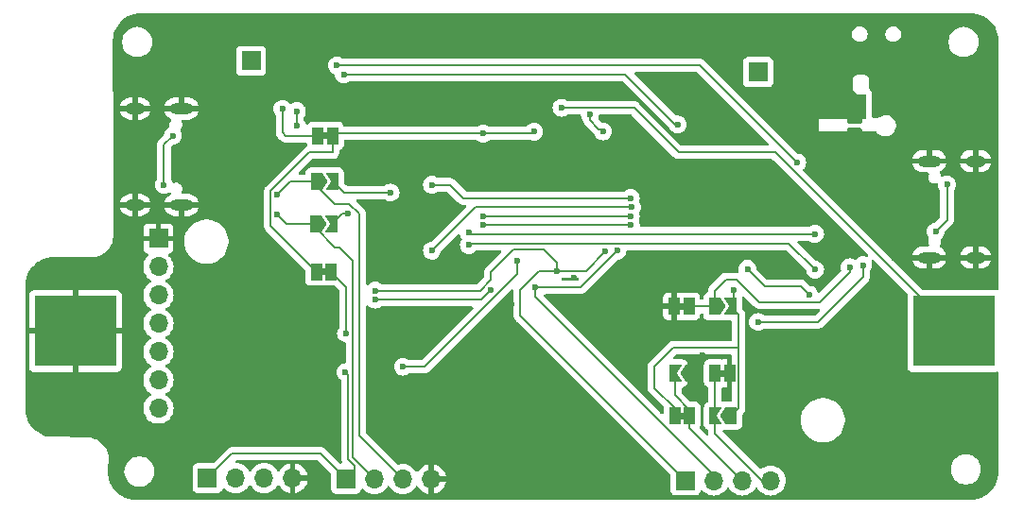
<source format=gbr>
%TF.GenerationSoftware,KiCad,Pcbnew,8.0.0*%
%TF.CreationDate,2024-05-31T13:58:21-05:00*%
%TF.ProjectId,CyberTastic,43796265-7254-4617-9374-69632e6b6963,rev?*%
%TF.SameCoordinates,Original*%
%TF.FileFunction,Copper,L2,Bot*%
%TF.FilePolarity,Positive*%
%FSLAX46Y46*%
G04 Gerber Fmt 4.6, Leading zero omitted, Abs format (unit mm)*
G04 Created by KiCad (PCBNEW 8.0.0) date 2024-05-31 13:58:21*
%MOMM*%
%LPD*%
G01*
G04 APERTURE LIST*
G04 Aperture macros list*
%AMFreePoly0*
4,1,6,1.000000,0.000000,0.500000,-0.750000,-0.500000,-0.750000,-0.500000,0.750000,0.500000,0.750000,1.000000,0.000000,1.000000,0.000000,$1*%
%AMFreePoly1*
4,1,6,0.500000,-0.750000,-0.650000,-0.750000,-0.150000,0.000000,-0.650000,0.750000,0.500000,0.750000,0.500000,-0.750000,0.500000,-0.750000,$1*%
G04 Aperture macros list end*
%TA.AperFunction,EtchedComponent*%
%ADD10C,0.000000*%
%TD*%
%TA.AperFunction,SMDPad,CuDef*%
%ADD11R,7.340000X6.350000*%
%TD*%
%TA.AperFunction,SMDPad,CuDef*%
%ADD12R,1.000000X1.500000*%
%TD*%
%TA.AperFunction,SMDPad,CuDef*%
%ADD13FreePoly0,0.000000*%
%TD*%
%TA.AperFunction,SMDPad,CuDef*%
%ADD14FreePoly1,0.000000*%
%TD*%
%TA.AperFunction,SMDPad,CuDef*%
%ADD15FreePoly0,180.000000*%
%TD*%
%TA.AperFunction,SMDPad,CuDef*%
%ADD16FreePoly1,180.000000*%
%TD*%
%TA.AperFunction,ComponentPad*%
%ADD17R,1.700000X1.700000*%
%TD*%
%TA.AperFunction,ComponentPad*%
%ADD18O,1.700000X1.700000*%
%TD*%
%TA.AperFunction,ComponentPad*%
%ADD19O,2.100000X1.000000*%
%TD*%
%TA.AperFunction,ComponentPad*%
%ADD20O,1.800000X1.000000*%
%TD*%
%TA.AperFunction,ViaPad*%
%ADD21C,0.600000*%
%TD*%
%TA.AperFunction,Conductor*%
%ADD22C,0.200000*%
%TD*%
G04 APERTURE END LIST*
D10*
%TA.AperFunction,EtchedComponent*%
%TO.C,JP10*%
G36*
X132450000Y-140000000D02*
G01*
X131950000Y-140000000D01*
X131950000Y-139400000D01*
X132450000Y-139400000D01*
X132450000Y-140000000D01*
G37*
%TD.AperFunction*%
%TA.AperFunction,EtchedComponent*%
%TO.C,JP9*%
G36*
X132600000Y-127800000D02*
G01*
X132100000Y-127800000D01*
X132100000Y-127200000D01*
X132600000Y-127200000D01*
X132600000Y-127800000D01*
G37*
%TD.AperFunction*%
%TA.AperFunction,EtchedComponent*%
%TO.C,JP5*%
G36*
X164500000Y-143100000D02*
G01*
X164000000Y-143100000D01*
X164000000Y-142500000D01*
X164500000Y-142500000D01*
X164500000Y-143100000D01*
G37*
%TD.AperFunction*%
%TA.AperFunction,EtchedComponent*%
%TO.C,JP4*%
G36*
X164550000Y-152900000D02*
G01*
X164050000Y-152900000D01*
X164050000Y-152300000D01*
X164550000Y-152300000D01*
X164550000Y-152900000D01*
G37*
%TD.AperFunction*%
%TA.AperFunction,EtchedComponent*%
%TO.C,JP2*%
G36*
X168150000Y-149100000D02*
G01*
X167650000Y-149100000D01*
X167650000Y-148500000D01*
X168150000Y-148500000D01*
X168150000Y-149100000D01*
G37*
%TD.AperFunction*%
%TD*%
D11*
%TO.P,BT1,2,-*%
%TO.N,VSS*%
X109970000Y-145000000D03*
%TO.P,BT1,1,+*%
%TO.N,Batt*%
X188630000Y-145000000D03*
%TD*%
D12*
%TO.P,JP10,1,A*%
%TO.N,Batt*%
X131550000Y-139700000D03*
%TO.P,JP10,2,B*%
%TO.N,Net-(JP10-B)*%
X132850000Y-139700000D03*
%TD*%
%TO.P,JP9,1,A*%
%TO.N,Net-(J6-Pin_1)*%
X131700000Y-127500000D03*
%TO.P,JP9,2,B*%
%TO.N,Batt*%
X133000000Y-127500000D03*
%TD*%
D13*
%TO.P,JP8,1,A*%
%TO.N,TX*%
X131500000Y-135400000D03*
D14*
%TO.P,JP8,2,B*%
%TO.N,/RX{slash}MOSI*%
X132950000Y-135400000D03*
%TD*%
D13*
%TO.P,JP7,1,A*%
%TO.N,RX*%
X131575000Y-131600000D03*
D14*
%TO.P,JP7,2,B*%
%TO.N,/TX{slash}MISO*%
X133025000Y-131600000D03*
%TD*%
D13*
%TO.P,JP6,1,A*%
%TO.N,Data_Sel*%
X167200000Y-142800000D03*
D14*
%TO.P,JP6,2,B*%
%TO.N,VCC*%
X168650000Y-142800000D03*
%TD*%
D12*
%TO.P,JP5,1,A*%
%TO.N,VSS*%
X163600000Y-142800000D03*
%TO.P,JP5,2,B*%
%TO.N,Data_Sel*%
X164900000Y-142800000D03*
%TD*%
%TO.P,JP4,1,A*%
%TO.N,Net-(J8-Pin_3)*%
X164950000Y-152600000D03*
%TO.P,JP4,2,B*%
%TO.N,VCC*%
X163650000Y-152600000D03*
%TD*%
D15*
%TO.P,JP3,1,A*%
%TO.N,VSS*%
X165100000Y-148800000D03*
D16*
%TO.P,JP3,2,B*%
%TO.N,Net-(J8-Pin_3)*%
X163650000Y-148800000D03*
%TD*%
D12*
%TO.P,JP2,1,A*%
%TO.N,VSS*%
X168550000Y-148800000D03*
%TO.P,JP2,2,B*%
%TO.N,Net-(J8-Pin_4)*%
X167250000Y-148800000D03*
%TD*%
D15*
%TO.P,JP1,1,A*%
%TO.N,VCC*%
X168700000Y-152600000D03*
D16*
%TO.P,JP1,2,B*%
%TO.N,Net-(J8-Pin_4)*%
X167250000Y-152600000D03*
%TD*%
D17*
%TO.P,J9,1,Pin_1*%
%TO.N,VCC*%
X134200000Y-158260000D03*
D18*
%TO.P,J9,2,Pin_2*%
%TO.N,TX*%
X136740000Y-158260000D03*
%TO.P,J9,3,Pin_3*%
%TO.N,RX*%
X139280000Y-158260000D03*
%TO.P,J9,4,Pin_4*%
%TO.N,VSS*%
X141820000Y-158260000D03*
%TD*%
D17*
%TO.P,J8,1,Pin_1*%
%TO.N,SDA*%
X164600000Y-158400000D03*
D18*
%TO.P,J8,2,Pin_2*%
%TO.N,SCL*%
X167140000Y-158400000D03*
%TO.P,J8,3,Pin_3*%
%TO.N,Net-(J8-Pin_3)*%
X169680000Y-158400000D03*
%TO.P,J8,4,Pin_4*%
%TO.N,Net-(J8-Pin_4)*%
X172220000Y-158400000D03*
%TD*%
D17*
%TO.P,J7,1,Pin_1*%
%TO.N,Net-(J7-Pin_1)*%
X171100000Y-121800000D03*
%TD*%
%TO.P,J6,1,Pin_1*%
%TO.N,Net-(J6-Pin_1)*%
X125700000Y-120800000D03*
%TD*%
%TO.P,J5,1,Pin_1*%
%TO.N,VSS*%
X117400000Y-136720000D03*
D18*
%TO.P,J5,2,Pin_2*%
%TO.N,P0.17*%
X117400000Y-139260000D03*
%TO.P,J5,3,Pin_3*%
%TO.N,P0.19*%
X117400000Y-141800000D03*
%TO.P,J5,4,Pin_4*%
%TO.N,P0.20*%
X117400000Y-144340000D03*
%TO.P,J5,5,Pin_5*%
%TO.N,P0.21*%
X117400000Y-146880000D03*
%TO.P,J5,6,Pin_6*%
%TO.N,P0.10*%
X117400000Y-149420000D03*
%TO.P,J5,7,Pin_7*%
%TO.N,P0.09*%
X117400000Y-151960000D03*
%TD*%
D17*
%TO.P,J4,1,Pin_1*%
%TO.N,VCC*%
X121800000Y-158200000D03*
D18*
%TO.P,J4,2,Pin_2*%
%TO.N,SWDCLK*%
X124340000Y-158200000D03*
%TO.P,J4,3,Pin_3*%
%TO.N,SWDIO*%
X126880000Y-158200000D03*
%TO.P,J4,4,Pin_4*%
%TO.N,VSS*%
X129420000Y-158200000D03*
%TD*%
D19*
%TO.P,J3,S1,SHIELD*%
%TO.N,VSS*%
X186412500Y-138420000D03*
D20*
X190562500Y-138420000D03*
D19*
X186412500Y-129780000D03*
D20*
X190562500Y-129780000D03*
%TD*%
D19*
%TO.P,J1,S1,SHIELD*%
%TO.N,VSS*%
X119472500Y-125075000D03*
D20*
X115322500Y-125075000D03*
D19*
X119472500Y-133715000D03*
D20*
X115322500Y-133715000D03*
%TD*%
D21*
%TO.N,VSS*%
X148400000Y-150800000D03*
X155500000Y-155500000D03*
X171700000Y-154200000D03*
X167500000Y-145300000D03*
X166000000Y-150700000D03*
X166100000Y-147200000D03*
X170800000Y-150700000D03*
X170900000Y-148000000D03*
X137800000Y-148000000D03*
X138200000Y-145300000D03*
%TO.N,Net-(JP10-B)*%
X134200000Y-145200000D03*
%TO.N,VSS*%
X126900000Y-148400000D03*
X123700000Y-145000000D03*
X127800000Y-142600000D03*
X127700000Y-128800000D03*
X137300000Y-129600000D03*
X137400000Y-136500000D03*
X136200000Y-139700000D03*
X130600000Y-144700000D03*
X142200000Y-143600000D03*
X144900000Y-138900000D03*
X149000000Y-142600000D03*
X158000000Y-140700000D03*
X154600000Y-140200000D03*
X161400000Y-143700000D03*
X163800000Y-141000000D03*
X173100000Y-121800000D03*
%TO.N,SDA*%
X136800000Y-141400000D03*
%TO.N,SCL*%
X147200000Y-141300000D03*
X136800000Y-142200000D03*
%TO.N,SDA*%
X153100000Y-139600000D03*
X157400000Y-137900000D03*
%TO.N,SCL*%
X151100000Y-141100000D03*
X158500000Y-137800000D03*
%TO.N,VSS*%
X179200000Y-131100000D03*
X180100000Y-130500000D03*
X174200000Y-126800000D03*
X174900000Y-127700000D03*
X176000000Y-128600000D03*
X176300000Y-125500000D03*
X175200000Y-124300000D03*
X177100000Y-121700000D03*
X178700000Y-121860000D03*
X180713742Y-121515498D03*
X181700000Y-122400000D03*
X179600000Y-127700000D03*
X179900000Y-128600000D03*
X180300000Y-129500000D03*
X182000000Y-129500000D03*
X183500000Y-129500000D03*
X184500000Y-129200000D03*
X185500000Y-128000000D03*
X185600000Y-125900000D03*
X185000000Y-124600000D03*
X183800000Y-123700000D03*
X182200000Y-123600000D03*
X178900000Y-124400000D03*
X177200000Y-124600000D03*
X176000000Y-126500000D03*
%TO.N,Batt*%
X153500000Y-125000000D03*
%TO.N,Net-(J6-Pin_1)*%
X128500000Y-125100000D03*
%TO.N,+5V*%
X118700000Y-127500000D03*
X117900000Y-131900000D03*
X188015000Y-131885000D03*
X187000000Y-136100000D03*
%TO.N,RESET*%
X174600000Y-129900000D03*
X133400000Y-121200000D03*
%TO.N,LND_EN*%
X134000000Y-122000000D03*
X163900000Y-126500000D03*
%TO.N,VCC*%
X129800000Y-126600000D03*
X129800000Y-125300000D03*
%TO.N,SAFEBOOT*%
X145200000Y-137300000D03*
X176200000Y-139500000D03*
%TO.N,Data_Sel*%
X179300000Y-139300000D03*
%TO.N,Timepulse*%
X171100000Y-144200000D03*
X180500000Y-139100000D03*
%TO.N,EXTINT*%
X145200000Y-136200000D03*
X176200000Y-136300000D03*
%TO.N,Net-(BT2-+)*%
X170150000Y-139450000D03*
X175670653Y-141750000D03*
%TO.N,VCC*%
X134150000Y-148700000D03*
%TO.N,TX*%
X128050000Y-134560689D03*
%TO.N,RX*%
X128050000Y-132759620D03*
%TO.N,/RX{slash}MOSI*%
X134400000Y-134500000D03*
%TO.N,/TX{slash}MISO*%
X138200000Y-132600000D03*
%TO.N,/RX{slash}MOSI*%
X146500000Y-135500000D03*
X159700000Y-135500000D03*
%TO.N,/TX{slash}MISO*%
X146500000Y-134700000D03*
X159700000Y-134700000D03*
%TO.N,/SCL{slash}CLK*%
X159800000Y-133900000D03*
X141900000Y-137800000D03*
%TO.N,/SDA{slash}CS*%
X141900000Y-131900000D03*
X159700000Y-133100000D03*
%TO.N,VCC*%
X168900000Y-141299998D03*
X149500000Y-138700000D03*
X139300000Y-148200000D03*
%TO.N,Batt*%
X151027439Y-127145938D03*
X146500000Y-127300000D03*
%TO.N,VCC*%
X156033434Y-125614194D03*
X157214115Y-127122855D03*
%TD*%
D22*
%TO.N,Net-(J8-Pin_4)*%
X171450000Y-158400000D02*
X172220000Y-158400000D01*
X167250000Y-154200000D02*
X171450000Y-158400000D01*
X167250000Y-152600000D02*
X167250000Y-154200000D01*
X167250000Y-148800000D02*
X167250000Y-152600000D01*
%TO.N,Net-(J8-Pin_3)*%
X164950000Y-152600000D02*
X164950000Y-153670000D01*
X164950000Y-153670000D02*
X169680000Y-158400000D01*
X164950000Y-152050000D02*
X164950000Y-152600000D01*
X163650000Y-150750000D02*
X164950000Y-152050000D01*
X163650000Y-148800000D02*
X163650000Y-150750000D01*
%TO.N,VCC*%
X161800000Y-148200000D02*
X163500000Y-146500000D01*
X169350000Y-146500000D02*
X169350000Y-150700000D01*
X161800000Y-150100000D02*
X161800000Y-148200000D01*
X163650000Y-151950000D02*
X161800000Y-150100000D01*
X163650000Y-152600000D02*
X163650000Y-151950000D01*
X169350000Y-143550000D02*
X169350000Y-146500000D01*
X163500000Y-146500000D02*
X169350000Y-146500000D01*
%TO.N,Net-(JP10-B)*%
X134200000Y-141050000D02*
X134200000Y-145200000D01*
X132850000Y-139700000D02*
X134200000Y-141050000D01*
%TO.N,SDA*%
X151900000Y-137700000D02*
X153100000Y-138900000D01*
X149200000Y-137700000D02*
X151900000Y-137700000D01*
X147200000Y-140400000D02*
X147200000Y-139700000D01*
X146200000Y-141400000D02*
X147200000Y-140400000D01*
X147200000Y-139700000D02*
X149200000Y-137700000D01*
X153100000Y-138900000D02*
X153100000Y-139600000D01*
X136800000Y-141400000D02*
X146200000Y-141400000D01*
%TO.N,SCL*%
X146300000Y-142200000D02*
X147200000Y-141300000D01*
X136800000Y-142200000D02*
X146300000Y-142200000D01*
%TO.N,VCC*%
X149500000Y-139919239D02*
X149500000Y-138700000D01*
X141219239Y-148200000D02*
X149500000Y-139919239D01*
X139300000Y-148200000D02*
X141219239Y-148200000D01*
%TO.N,RX*%
X131575000Y-131981336D02*
X131575000Y-131600000D01*
X133193664Y-133600000D02*
X131575000Y-131981336D01*
X135400000Y-134500000D02*
X134500000Y-133600000D01*
X135400000Y-154380000D02*
X135400000Y-134500000D01*
X139280000Y-158260000D02*
X135400000Y-154380000D01*
X134500000Y-133600000D02*
X133193664Y-133600000D01*
%TO.N,TX*%
X131500000Y-135781336D02*
X131500000Y-135400000D01*
X133218664Y-137500000D02*
X131500000Y-135781336D01*
X134800000Y-138700000D02*
X133600000Y-137500000D01*
X134800000Y-156320000D02*
X134800000Y-138700000D01*
X133600000Y-137500000D02*
X133218664Y-137500000D01*
X136740000Y-158260000D02*
X134800000Y-156320000D01*
%TO.N,VCC*%
X134400000Y-148950000D02*
X134150000Y-148700000D01*
X134200000Y-158260000D02*
X135000000Y-157460000D01*
X135000000Y-157460000D02*
X135000000Y-157085686D01*
X135000000Y-157085686D02*
X134400000Y-156485685D01*
X134400000Y-156485685D02*
X134400000Y-148950000D01*
%TO.N,TX*%
X128889311Y-135400000D02*
X128050000Y-134560689D01*
X131500000Y-135400000D02*
X128889311Y-135400000D01*
%TO.N,RX*%
X129209620Y-131600000D02*
X128050000Y-132759620D01*
X131575000Y-131600000D02*
X129209620Y-131600000D01*
%TO.N,Batt*%
X130916529Y-129000000D02*
X133000000Y-129000000D01*
X127450000Y-132466529D02*
X130916529Y-129000000D01*
X133000000Y-129000000D02*
X133000000Y-127500000D01*
X127450000Y-135600000D02*
X127450000Y-132466529D01*
X131550000Y-139700000D02*
X127450000Y-135600000D01*
%TO.N,SDA*%
X149800000Y-141300000D02*
X149800000Y-143600000D01*
X151500000Y-139600000D02*
X149800000Y-141300000D01*
X149800000Y-143600000D02*
X164600000Y-158400000D01*
X153100000Y-139600000D02*
X151500000Y-139600000D01*
%TO.N,SCL*%
X167140000Y-157940000D02*
X167140000Y-158400000D01*
X151100000Y-141900000D02*
X167140000Y-157940000D01*
X151100000Y-141100000D02*
X151100000Y-141900000D01*
%TO.N,SDA*%
X155700000Y-139600000D02*
X153100000Y-139600000D01*
X157400000Y-137900000D02*
X155700000Y-139600000D01*
%TO.N,SCL*%
X155200000Y-141100000D02*
X151100000Y-141100000D01*
X158500000Y-137800000D02*
X155200000Y-141100000D01*
%TO.N,SAFEBOOT*%
X145350000Y-137150000D02*
X145200000Y-137300000D01*
X173850000Y-137150000D02*
X145350000Y-137150000D01*
X176200000Y-139500000D02*
X173850000Y-137150000D01*
%TO.N,Batt*%
X160000000Y-125000000D02*
X153500000Y-125000000D01*
X164000000Y-129000000D02*
X160000000Y-125000000D01*
X172630000Y-129000000D02*
X164000000Y-129000000D01*
X188630000Y-145000000D02*
X172630000Y-129000000D01*
%TO.N,Net-(J6-Pin_1)*%
X128500000Y-127200000D02*
X128800000Y-127500000D01*
X128800000Y-127500000D02*
X131700000Y-127500000D01*
X128500000Y-125100000D02*
X128500000Y-127200000D01*
%TO.N,+5V*%
X117900000Y-128300000D02*
X118700000Y-127500000D01*
X117900000Y-131900000D02*
X117900000Y-128300000D01*
X188015000Y-135085000D02*
X188015000Y-131885000D01*
X187000000Y-136100000D02*
X188015000Y-135085000D01*
%TO.N,RESET*%
X165900000Y-121200000D02*
X174600000Y-129900000D01*
X133400000Y-121200000D02*
X165900000Y-121200000D01*
%TO.N,LND_EN*%
X159200000Y-122000000D02*
X134000000Y-122000000D01*
X163700000Y-126500000D02*
X159200000Y-122000000D01*
%TO.N,Batt*%
X150873377Y-127300000D02*
X151027439Y-127145938D01*
%TO.N,VCC*%
X156033434Y-126099120D02*
X156033434Y-125614194D01*
X156834314Y-126900000D02*
X156033434Y-126099120D01*
X156991260Y-126900000D02*
X156834314Y-126900000D01*
X157214115Y-127122855D02*
X156991260Y-126900000D01*
%TO.N,Batt*%
X146500000Y-127300000D02*
X150873377Y-127300000D01*
%TO.N,LND_EN*%
X163900000Y-126500000D02*
X163700000Y-126500000D01*
%TO.N,VCC*%
X129800000Y-125300000D02*
X129800000Y-126600000D01*
%TO.N,Data_Sel*%
X167200000Y-142800000D02*
X164900000Y-142800000D01*
X169200000Y-140400000D02*
X168200000Y-140400000D01*
X171200000Y-142400000D02*
X169200000Y-140400000D01*
X167200000Y-141400000D02*
X167200000Y-142800000D01*
X176600000Y-142400000D02*
X171200000Y-142400000D01*
X179300000Y-139700000D02*
X176600000Y-142400000D01*
X168200000Y-140400000D02*
X167200000Y-141400000D01*
X179300000Y-139300000D02*
X179300000Y-139700000D01*
%TO.N,VCC*%
X168900000Y-142550000D02*
X168900000Y-141299998D01*
X168650000Y-142800000D02*
X168900000Y-142550000D01*
%TO.N,Net-(BT2-+)*%
X174920653Y-141000000D02*
X175670653Y-141750000D01*
X171700000Y-141000000D02*
X174920653Y-141000000D01*
X170150000Y-139450000D02*
X171700000Y-141000000D01*
%TO.N,Timepulse*%
X180500000Y-139100000D02*
X180500000Y-140165685D01*
X180500000Y-140165685D02*
X176465685Y-144200000D01*
X176465685Y-144200000D02*
X171100000Y-144200000D01*
%TO.N,EXTINT*%
X176200000Y-136300000D02*
X145300000Y-136300000D01*
X145300000Y-136300000D02*
X145200000Y-136200000D01*
%TO.N,VCC*%
X124000000Y-156000000D02*
X131940000Y-156000000D01*
X131940000Y-156000000D02*
X134200000Y-158260000D01*
X121800000Y-158200000D02*
X124000000Y-156000000D01*
%TO.N,/RX{slash}MOSI*%
X133850000Y-134500000D02*
X134400000Y-134500000D01*
X132950000Y-135400000D02*
X133850000Y-134500000D01*
%TO.N,/TX{slash}MISO*%
X134025000Y-132600000D02*
X133025000Y-131600000D01*
X138200000Y-132600000D02*
X134025000Y-132600000D01*
%TO.N,/SDA{slash}CS*%
X143500000Y-131900000D02*
X141900000Y-131900000D01*
X159700000Y-133100000D02*
X144700000Y-133100000D01*
X144700000Y-133100000D02*
X143500000Y-131900000D01*
%TO.N,/RX{slash}MOSI*%
X159200000Y-135500000D02*
X146500000Y-135500000D01*
X159700000Y-135500000D02*
X159200000Y-135500000D01*
%TO.N,/TX{slash}MISO*%
X159700000Y-134700000D02*
X146500000Y-134700000D01*
%TO.N,/SCL{slash}CLK*%
X145800000Y-133900000D02*
X141900000Y-137800000D01*
X159800000Y-133900000D02*
X145800000Y-133900000D01*
%TO.N,VCC*%
X169350000Y-150700000D02*
X169350000Y-151950000D01*
X169350000Y-151950000D02*
X168700000Y-152600000D01*
X168650000Y-142850000D02*
X169350000Y-143550000D01*
X168650000Y-142800000D02*
X168650000Y-142850000D01*
%TO.N,Batt*%
X133200000Y-127300000D02*
X133000000Y-127500000D01*
X146500000Y-127300000D02*
X133200000Y-127300000D01*
%TD*%
%TA.AperFunction,Conductor*%
%TO.N,VSS*%
G36*
X190125069Y-116500727D02*
G01*
X190415113Y-116518273D01*
X190429973Y-116520077D01*
X190712114Y-116571783D01*
X190726640Y-116575364D01*
X191000493Y-116660701D01*
X191014480Y-116666006D01*
X191276052Y-116783732D01*
X191289299Y-116790684D01*
X191534768Y-116939078D01*
X191547087Y-116947581D01*
X191772875Y-117124475D01*
X191784083Y-117134405D01*
X191986905Y-117337228D01*
X191996828Y-117348428D01*
X192008902Y-117363839D01*
X192173725Y-117574222D01*
X192182231Y-117586545D01*
X192330618Y-117832008D01*
X192337577Y-117845267D01*
X192455297Y-118106833D01*
X192460606Y-118120834D01*
X192545937Y-118394670D01*
X192549521Y-118409209D01*
X192601223Y-118691341D01*
X192603028Y-118706205D01*
X192614067Y-118888701D01*
X192617419Y-118944111D01*
X192620594Y-118996587D01*
X192620820Y-119004074D01*
X192620820Y-141231885D01*
X192601135Y-141298924D01*
X192548331Y-141344679D01*
X192479173Y-141354623D01*
X192453487Y-141348067D01*
X192407482Y-141330908D01*
X192407483Y-141330908D01*
X192347883Y-141324501D01*
X192347881Y-141324500D01*
X192347873Y-141324500D01*
X192347865Y-141324500D01*
X185855097Y-141324500D01*
X185788058Y-141304815D01*
X185767416Y-141288181D01*
X183149235Y-138670000D01*
X184892638Y-138670000D01*
X184900930Y-138711690D01*
X184900930Y-138711692D01*
X184976307Y-138893671D01*
X184976314Y-138893684D01*
X185085748Y-139057462D01*
X185085751Y-139057466D01*
X185225033Y-139196748D01*
X185225037Y-139196751D01*
X185388815Y-139306185D01*
X185388828Y-139306192D01*
X185570806Y-139381569D01*
X185570818Y-139381572D01*
X185764004Y-139419999D01*
X185764008Y-139420000D01*
X186162500Y-139420000D01*
X186162500Y-138720000D01*
X186662500Y-138720000D01*
X186662500Y-139420000D01*
X187060992Y-139420000D01*
X187060995Y-139419999D01*
X187254181Y-139381572D01*
X187254193Y-139381569D01*
X187436171Y-139306192D01*
X187436184Y-139306185D01*
X187599962Y-139196751D01*
X187599966Y-139196748D01*
X187739248Y-139057466D01*
X187739251Y-139057462D01*
X187848685Y-138893684D01*
X187848692Y-138893671D01*
X187924069Y-138711692D01*
X187924069Y-138711690D01*
X187932362Y-138670000D01*
X189192638Y-138670000D01*
X189200930Y-138711690D01*
X189200930Y-138711692D01*
X189276307Y-138893671D01*
X189276314Y-138893684D01*
X189385748Y-139057462D01*
X189385751Y-139057466D01*
X189525033Y-139196748D01*
X189525037Y-139196751D01*
X189688815Y-139306185D01*
X189688828Y-139306192D01*
X189870806Y-139381569D01*
X189870818Y-139381572D01*
X190064004Y-139419999D01*
X190064008Y-139420000D01*
X190312500Y-139420000D01*
X190312500Y-138720000D01*
X190812500Y-138720000D01*
X190812500Y-139420000D01*
X191060992Y-139420000D01*
X191060995Y-139419999D01*
X191254181Y-139381572D01*
X191254193Y-139381569D01*
X191436171Y-139306192D01*
X191436184Y-139306185D01*
X191599962Y-139196751D01*
X191599966Y-139196748D01*
X191739248Y-139057466D01*
X191739251Y-139057462D01*
X191848685Y-138893684D01*
X191848692Y-138893671D01*
X191924069Y-138711692D01*
X191924069Y-138711690D01*
X191932362Y-138670000D01*
X191129488Y-138670000D01*
X191146705Y-138660060D01*
X191202560Y-138604205D01*
X191242056Y-138535796D01*
X191262500Y-138459496D01*
X191262500Y-138380504D01*
X191242056Y-138304204D01*
X191202560Y-138235795D01*
X191146705Y-138179940D01*
X191129488Y-138170000D01*
X191932362Y-138170000D01*
X191924069Y-138128309D01*
X191924069Y-138128307D01*
X191848692Y-137946328D01*
X191848685Y-137946315D01*
X191739251Y-137782537D01*
X191739248Y-137782533D01*
X191599966Y-137643251D01*
X191599961Y-137643247D01*
X191436184Y-137533814D01*
X191436171Y-137533807D01*
X191254193Y-137458430D01*
X191254181Y-137458427D01*
X191060995Y-137420000D01*
X190812500Y-137420000D01*
X190812500Y-138120000D01*
X190312500Y-138120000D01*
X190312500Y-137420000D01*
X190064004Y-137420000D01*
X189870818Y-137458427D01*
X189870806Y-137458430D01*
X189688828Y-137533807D01*
X189688815Y-137533814D01*
X189525039Y-137643247D01*
X189525033Y-137643251D01*
X189385751Y-137782533D01*
X189385748Y-137782537D01*
X189276314Y-137946315D01*
X189276307Y-137946328D01*
X189200930Y-138128307D01*
X189200930Y-138128309D01*
X189192638Y-138170000D01*
X189995512Y-138170000D01*
X189978295Y-138179940D01*
X189922440Y-138235795D01*
X189882944Y-138304204D01*
X189862500Y-138380504D01*
X189862500Y-138459496D01*
X189882944Y-138535796D01*
X189922440Y-138604205D01*
X189978295Y-138660060D01*
X189995512Y-138670000D01*
X189192638Y-138670000D01*
X187932362Y-138670000D01*
X187129488Y-138670000D01*
X187146705Y-138660060D01*
X187202560Y-138604205D01*
X187242056Y-138535796D01*
X187262500Y-138459496D01*
X187262500Y-138380504D01*
X187242056Y-138304204D01*
X187202560Y-138235795D01*
X187146705Y-138179940D01*
X187129488Y-138170000D01*
X187932362Y-138170000D01*
X187924069Y-138128309D01*
X187924069Y-138128307D01*
X187848692Y-137946328D01*
X187848685Y-137946315D01*
X187739251Y-137782537D01*
X187739248Y-137782533D01*
X187599966Y-137643251D01*
X187599961Y-137643247D01*
X187436184Y-137533814D01*
X187436174Y-137533809D01*
X187426657Y-137529867D01*
X187372254Y-137486026D01*
X187350189Y-137419731D01*
X187367469Y-137352032D01*
X187371148Y-137346597D01*
X187373012Y-137343367D01*
X187373015Y-137343365D01*
X187448781Y-137212135D01*
X187488000Y-137065766D01*
X187488000Y-136914234D01*
X187470570Y-136849184D01*
X187472233Y-136779340D01*
X187502664Y-136729414D01*
X187565375Y-136666703D01*
X187629816Y-136602262D01*
X187725789Y-136449522D01*
X187785368Y-136279255D01*
X187795161Y-136192329D01*
X187822226Y-136127918D01*
X187830689Y-136118544D01*
X188495520Y-135453716D01*
X188574577Y-135316784D01*
X188615501Y-135164057D01*
X188615501Y-135005942D01*
X188615501Y-134998347D01*
X188615500Y-134998329D01*
X188615500Y-132467412D01*
X188635185Y-132400373D01*
X188642555Y-132390097D01*
X188644810Y-132387267D01*
X188644816Y-132387262D01*
X188740789Y-132234522D01*
X188800368Y-132064255D01*
X188809184Y-131986009D01*
X188820565Y-131885003D01*
X188820565Y-131884996D01*
X188800369Y-131705750D01*
X188800368Y-131705745D01*
X188750547Y-131563365D01*
X188740789Y-131535478D01*
X188644816Y-131382738D01*
X188517262Y-131255184D01*
X188398671Y-131180668D01*
X188364523Y-131159211D01*
X188194254Y-131099631D01*
X188194249Y-131099630D01*
X188015004Y-131079435D01*
X188014996Y-131079435D01*
X187835750Y-131099630D01*
X187835745Y-131099631D01*
X187665474Y-131159212D01*
X187661556Y-131161674D01*
X187594318Y-131180668D01*
X187527484Y-131160296D01*
X187482274Y-131107025D01*
X187475819Y-131088774D01*
X187448781Y-130987865D01*
X187373015Y-130856635D01*
X187373013Y-130856633D01*
X187368951Y-130849597D01*
X187371154Y-130848325D01*
X187350541Y-130795022D01*
X187364573Y-130726576D01*
X187413382Y-130676582D01*
X187426663Y-130670129D01*
X187436182Y-130666186D01*
X187436184Y-130666185D01*
X187599962Y-130556751D01*
X187599966Y-130556748D01*
X187739248Y-130417466D01*
X187739251Y-130417462D01*
X187848685Y-130253684D01*
X187848692Y-130253671D01*
X187924069Y-130071692D01*
X187924069Y-130071690D01*
X187932362Y-130030000D01*
X189192638Y-130030000D01*
X189200930Y-130071690D01*
X189200930Y-130071692D01*
X189276307Y-130253671D01*
X189276314Y-130253684D01*
X189385748Y-130417462D01*
X189385751Y-130417466D01*
X189525033Y-130556748D01*
X189525037Y-130556751D01*
X189688815Y-130666185D01*
X189688828Y-130666192D01*
X189870806Y-130741569D01*
X189870818Y-130741572D01*
X190064004Y-130779999D01*
X190064008Y-130780000D01*
X190312500Y-130780000D01*
X190312500Y-130080000D01*
X190812500Y-130080000D01*
X190812500Y-130780000D01*
X191060992Y-130780000D01*
X191060995Y-130779999D01*
X191254181Y-130741572D01*
X191254193Y-130741569D01*
X191436171Y-130666192D01*
X191436184Y-130666185D01*
X191599962Y-130556751D01*
X191599966Y-130556748D01*
X191739248Y-130417466D01*
X191739251Y-130417462D01*
X191848685Y-130253684D01*
X191848692Y-130253671D01*
X191924069Y-130071692D01*
X191924069Y-130071690D01*
X191932362Y-130030000D01*
X191129488Y-130030000D01*
X191146705Y-130020060D01*
X191202560Y-129964205D01*
X191242056Y-129895796D01*
X191262500Y-129819496D01*
X191262500Y-129740504D01*
X191242056Y-129664204D01*
X191202560Y-129595795D01*
X191146705Y-129539940D01*
X191129488Y-129530000D01*
X191932362Y-129530000D01*
X191924069Y-129488309D01*
X191924069Y-129488307D01*
X191848692Y-129306328D01*
X191848685Y-129306315D01*
X191739251Y-129142537D01*
X191739248Y-129142533D01*
X191599966Y-129003251D01*
X191599962Y-129003248D01*
X191436184Y-128893814D01*
X191436171Y-128893807D01*
X191254193Y-128818430D01*
X191254181Y-128818427D01*
X191060995Y-128780000D01*
X190812500Y-128780000D01*
X190812500Y-129480000D01*
X190312500Y-129480000D01*
X190312500Y-128780000D01*
X190064004Y-128780000D01*
X189870818Y-128818427D01*
X189870806Y-128818430D01*
X189688828Y-128893807D01*
X189688815Y-128893814D01*
X189525037Y-129003248D01*
X189525033Y-129003251D01*
X189385751Y-129142533D01*
X189385748Y-129142537D01*
X189276314Y-129306315D01*
X189276307Y-129306328D01*
X189200930Y-129488307D01*
X189200930Y-129488309D01*
X189192638Y-129530000D01*
X189995512Y-129530000D01*
X189978295Y-129539940D01*
X189922440Y-129595795D01*
X189882944Y-129664204D01*
X189862500Y-129740504D01*
X189862500Y-129819496D01*
X189882944Y-129895796D01*
X189922440Y-129964205D01*
X189978295Y-130020060D01*
X189995512Y-130030000D01*
X189192638Y-130030000D01*
X187932362Y-130030000D01*
X187129488Y-130030000D01*
X187146705Y-130020060D01*
X187202560Y-129964205D01*
X187242056Y-129895796D01*
X187262500Y-129819496D01*
X187262500Y-129740504D01*
X187242056Y-129664204D01*
X187202560Y-129595795D01*
X187146705Y-129539940D01*
X187129488Y-129530000D01*
X187932362Y-129530000D01*
X187924069Y-129488309D01*
X187924069Y-129488307D01*
X187848692Y-129306328D01*
X187848685Y-129306315D01*
X187739251Y-129142537D01*
X187739248Y-129142533D01*
X187599966Y-129003251D01*
X187599962Y-129003248D01*
X187436184Y-128893814D01*
X187436171Y-128893807D01*
X187254193Y-128818430D01*
X187254181Y-128818427D01*
X187060995Y-128780000D01*
X186662500Y-128780000D01*
X186662500Y-129480000D01*
X186162500Y-129480000D01*
X186162500Y-128780000D01*
X185764004Y-128780000D01*
X185570818Y-128818427D01*
X185570806Y-128818430D01*
X185388828Y-128893807D01*
X185388815Y-128893814D01*
X185225037Y-129003248D01*
X185225033Y-129003251D01*
X185085751Y-129142533D01*
X185085748Y-129142537D01*
X184976314Y-129306315D01*
X184976307Y-129306328D01*
X184900930Y-129488307D01*
X184900930Y-129488309D01*
X184892638Y-129530000D01*
X185695512Y-129530000D01*
X185678295Y-129539940D01*
X185622440Y-129595795D01*
X185582944Y-129664204D01*
X185562500Y-129740504D01*
X185562500Y-129819496D01*
X185582944Y-129895796D01*
X185622440Y-129964205D01*
X185678295Y-130020060D01*
X185695512Y-130030000D01*
X184892638Y-130030000D01*
X184900930Y-130071690D01*
X184900930Y-130071692D01*
X184976307Y-130253671D01*
X184976314Y-130253684D01*
X185085748Y-130417462D01*
X185085751Y-130417466D01*
X185225033Y-130556748D01*
X185225037Y-130556751D01*
X185388815Y-130666185D01*
X185388828Y-130666192D01*
X185570806Y-130741569D01*
X185570818Y-130741572D01*
X185764004Y-130779999D01*
X185764008Y-130780000D01*
X186281455Y-130780000D01*
X186348494Y-130799685D01*
X186394249Y-130852489D01*
X186404193Y-130921647D01*
X186388842Y-130966000D01*
X186376220Y-130987861D01*
X186376220Y-130987862D01*
X186376220Y-130987863D01*
X186376219Y-130987865D01*
X186344291Y-131107025D01*
X186337000Y-131134234D01*
X186337000Y-131285765D01*
X186376219Y-131432136D01*
X186414102Y-131497750D01*
X186451985Y-131563365D01*
X186559135Y-131670515D01*
X186690365Y-131746281D01*
X186836734Y-131785500D01*
X186836736Y-131785500D01*
X186988263Y-131785500D01*
X186988266Y-131785500D01*
X187053345Y-131768062D01*
X187123191Y-131769725D01*
X187181053Y-131808887D01*
X187208558Y-131873115D01*
X187209076Y-131881825D01*
X187229630Y-132064249D01*
X187229631Y-132064254D01*
X187289211Y-132234523D01*
X187345748Y-132324500D01*
X187368535Y-132360766D01*
X187385185Y-132387263D01*
X187387445Y-132390097D01*
X187388334Y-132392275D01*
X187388889Y-132393158D01*
X187388734Y-132393255D01*
X187413855Y-132454783D01*
X187414500Y-132467412D01*
X187414500Y-134784902D01*
X187394815Y-134851941D01*
X187378181Y-134872583D01*
X186981465Y-135269298D01*
X186920142Y-135302783D01*
X186907668Y-135304837D01*
X186820750Y-135314630D01*
X186650478Y-135374210D01*
X186497737Y-135470184D01*
X186370184Y-135597737D01*
X186274211Y-135750476D01*
X186214631Y-135920745D01*
X186214630Y-135920750D01*
X186194435Y-136099996D01*
X186194435Y-136100003D01*
X186214630Y-136279249D01*
X186214631Y-136279254D01*
X186274211Y-136449523D01*
X186370184Y-136602262D01*
X186374525Y-136607705D01*
X186372673Y-136609181D01*
X186400829Y-136660745D01*
X186395845Y-136730437D01*
X186387052Y-136749099D01*
X186376222Y-136767858D01*
X186376219Y-136767865D01*
X186337000Y-136914234D01*
X186337000Y-137065766D01*
X186369196Y-137185925D01*
X186376220Y-137212137D01*
X186376220Y-137212138D01*
X186388842Y-137234000D01*
X186405315Y-137301901D01*
X186382462Y-137367927D01*
X186327541Y-137411118D01*
X186281455Y-137420000D01*
X185764004Y-137420000D01*
X185570818Y-137458427D01*
X185570806Y-137458430D01*
X185388828Y-137533807D01*
X185388815Y-137533814D01*
X185225039Y-137643247D01*
X185225033Y-137643251D01*
X185085751Y-137782533D01*
X185085748Y-137782537D01*
X184976314Y-137946315D01*
X184976307Y-137946328D01*
X184900930Y-138128307D01*
X184900930Y-138128309D01*
X184892638Y-138170000D01*
X185695512Y-138170000D01*
X185678295Y-138179940D01*
X185622440Y-138235795D01*
X185582944Y-138304204D01*
X185562500Y-138380504D01*
X185562500Y-138459496D01*
X185582944Y-138535796D01*
X185622440Y-138604205D01*
X185678295Y-138660060D01*
X185695512Y-138670000D01*
X184892638Y-138670000D01*
X183149235Y-138670000D01*
X175143337Y-130664102D01*
X175109852Y-130602779D01*
X175114836Y-130533087D01*
X175143333Y-130488744D01*
X175229816Y-130402262D01*
X175325789Y-130249522D01*
X175385368Y-130079255D01*
X175386220Y-130071692D01*
X175405565Y-129900003D01*
X175405565Y-129899996D01*
X175385369Y-129720750D01*
X175385368Y-129720745D01*
X175356001Y-129636819D01*
X175325789Y-129550478D01*
X175229816Y-129397738D01*
X175102262Y-129270184D01*
X174949521Y-129174210D01*
X174779249Y-129114630D01*
X174692330Y-129104837D01*
X174627916Y-129077770D01*
X174618533Y-129069298D01*
X172649235Y-127100000D01*
X176500000Y-127100000D01*
X179100000Y-127100000D01*
X179100000Y-126924000D01*
X179119685Y-126856961D01*
X179172489Y-126811206D01*
X179224000Y-126800000D01*
X180276000Y-126800000D01*
X180343039Y-126819685D01*
X180388794Y-126872489D01*
X180400000Y-126924000D01*
X180400000Y-127100000D01*
X181633637Y-127100000D01*
X181700676Y-127119685D01*
X181736811Y-127155217D01*
X181877359Y-127366038D01*
X181900000Y-127400000D01*
X182200000Y-127500000D01*
X182800001Y-127500000D01*
X183200000Y-127300000D01*
X183500000Y-126700000D01*
X183438707Y-126516122D01*
X183300000Y-126100000D01*
X182900000Y-125700000D01*
X182400000Y-125700000D01*
X181819089Y-125893637D01*
X181779877Y-125900000D01*
X181451362Y-125900000D01*
X181384323Y-125880315D01*
X181363681Y-125863681D01*
X181336319Y-125836319D01*
X181302834Y-125774996D01*
X181300000Y-125748638D01*
X181300000Y-123600000D01*
X181024800Y-123233066D01*
X181000324Y-123167623D01*
X181000000Y-123158666D01*
X181000000Y-122299999D01*
X180771428Y-122128571D01*
X180600000Y-122000000D01*
X180000000Y-122000000D01*
X179828572Y-122128571D01*
X179600000Y-122299999D01*
X179600000Y-122300000D01*
X179600000Y-123400000D01*
X179728571Y-123571428D01*
X179899999Y-123800000D01*
X179900000Y-123800000D01*
X180676000Y-123800000D01*
X180743039Y-123819685D01*
X180788794Y-123872489D01*
X180800000Y-123924000D01*
X180800000Y-125876000D01*
X180780315Y-125943039D01*
X180727511Y-125988794D01*
X180676000Y-126000000D01*
X180400000Y-126000000D01*
X180400000Y-126276000D01*
X180380315Y-126343039D01*
X180327511Y-126388794D01*
X180276000Y-126400000D01*
X179224000Y-126400000D01*
X179156961Y-126380315D01*
X179111206Y-126327511D01*
X179100000Y-126276000D01*
X179100000Y-126000000D01*
X176500000Y-126000000D01*
X176500000Y-127100000D01*
X172649235Y-127100000D01*
X168247105Y-122697870D01*
X169749500Y-122697870D01*
X169749501Y-122697876D01*
X169755908Y-122757483D01*
X169806202Y-122892328D01*
X169806206Y-122892335D01*
X169892452Y-123007544D01*
X169892455Y-123007547D01*
X170007664Y-123093793D01*
X170007671Y-123093797D01*
X170142517Y-123144091D01*
X170142516Y-123144091D01*
X170149444Y-123144835D01*
X170202127Y-123150500D01*
X171997872Y-123150499D01*
X172057483Y-123144091D01*
X172192331Y-123093796D01*
X172307546Y-123007546D01*
X172393796Y-122892331D01*
X172444091Y-122757483D01*
X172450500Y-122697873D01*
X172450499Y-120902128D01*
X172444091Y-120842517D01*
X172439901Y-120831284D01*
X172393797Y-120707671D01*
X172393793Y-120707664D01*
X172307547Y-120592455D01*
X172307544Y-120592452D01*
X172192335Y-120506206D01*
X172192328Y-120506202D01*
X172057482Y-120455908D01*
X172057483Y-120455908D01*
X171997883Y-120449501D01*
X171997881Y-120449500D01*
X171997873Y-120449500D01*
X171997864Y-120449500D01*
X170202129Y-120449500D01*
X170202123Y-120449501D01*
X170142516Y-120455908D01*
X170007671Y-120506202D01*
X170007664Y-120506206D01*
X169892455Y-120592452D01*
X169892452Y-120592455D01*
X169806206Y-120707664D01*
X169806202Y-120707671D01*
X169755908Y-120842517D01*
X169749501Y-120902116D01*
X169749501Y-120902123D01*
X169749500Y-120902135D01*
X169749500Y-122697870D01*
X168247105Y-122697870D01*
X166387590Y-120838355D01*
X166387588Y-120838352D01*
X166268717Y-120719481D01*
X166268709Y-120719475D01*
X166166936Y-120660717D01*
X166166934Y-120660716D01*
X166131790Y-120640425D01*
X166131789Y-120640424D01*
X166119263Y-120637067D01*
X165979057Y-120599499D01*
X165820943Y-120599499D01*
X165813347Y-120599499D01*
X165813331Y-120599500D01*
X133982412Y-120599500D01*
X133915373Y-120579815D01*
X133905097Y-120572445D01*
X133902263Y-120570185D01*
X133902262Y-120570184D01*
X133800439Y-120506204D01*
X133749523Y-120474211D01*
X133579254Y-120414631D01*
X133579249Y-120414630D01*
X133400004Y-120394435D01*
X133399996Y-120394435D01*
X133220750Y-120414630D01*
X133220745Y-120414631D01*
X133050476Y-120474211D01*
X132897737Y-120570184D01*
X132770184Y-120697737D01*
X132674211Y-120850476D01*
X132614631Y-121020745D01*
X132614630Y-121020750D01*
X132594435Y-121199996D01*
X132594435Y-121200003D01*
X132614630Y-121379249D01*
X132614631Y-121379254D01*
X132674211Y-121549523D01*
X132767421Y-121697864D01*
X132770184Y-121702262D01*
X132897738Y-121829816D01*
X133050478Y-121925789D01*
X133090264Y-121939710D01*
X133118095Y-121949449D01*
X133174871Y-121990171D01*
X133200361Y-122052607D01*
X133214630Y-122179250D01*
X133214631Y-122179254D01*
X133274211Y-122349523D01*
X133370184Y-122502262D01*
X133497738Y-122629816D01*
X133650478Y-122725789D01*
X133820745Y-122785368D01*
X133820750Y-122785369D01*
X133999996Y-122805565D01*
X134000000Y-122805565D01*
X134000004Y-122805565D01*
X134179249Y-122785369D01*
X134179252Y-122785368D01*
X134179255Y-122785368D01*
X134349522Y-122725789D01*
X134502262Y-122629816D01*
X134502267Y-122629810D01*
X134505097Y-122627555D01*
X134507275Y-122626665D01*
X134508158Y-122626111D01*
X134508255Y-122626265D01*
X134569783Y-122601145D01*
X134582412Y-122600500D01*
X158899903Y-122600500D01*
X158966942Y-122620185D01*
X158987584Y-122636819D01*
X163140162Y-126789397D01*
X163169522Y-126836121D01*
X163174212Y-126849524D01*
X163221009Y-126924000D01*
X163270184Y-127002262D01*
X163397738Y-127129816D01*
X163550478Y-127225789D01*
X163702701Y-127279054D01*
X163720745Y-127285368D01*
X163720750Y-127285369D01*
X163899996Y-127305565D01*
X163900000Y-127305565D01*
X163900004Y-127305565D01*
X164079249Y-127285369D01*
X164079252Y-127285368D01*
X164079255Y-127285368D01*
X164249522Y-127225789D01*
X164402262Y-127129816D01*
X164529816Y-127002262D01*
X164625789Y-126849522D01*
X164685368Y-126679255D01*
X164686035Y-126673334D01*
X164705565Y-126500003D01*
X164705565Y-126499996D01*
X164685369Y-126320750D01*
X164685368Y-126320745D01*
X164672113Y-126282865D01*
X164625789Y-126150478D01*
X164624486Y-126148405D01*
X164542288Y-126017587D01*
X164529816Y-125997738D01*
X164402262Y-125870184D01*
X164372921Y-125851748D01*
X164249523Y-125774211D01*
X164079254Y-125714631D01*
X164079249Y-125714630D01*
X163900004Y-125694435D01*
X163899997Y-125694435D01*
X163818839Y-125703579D01*
X163750017Y-125691524D01*
X163717275Y-125668040D01*
X160061416Y-122012181D01*
X160027931Y-121950858D01*
X160032915Y-121881166D01*
X160074787Y-121825233D01*
X160140251Y-121800816D01*
X160149097Y-121800500D01*
X165599903Y-121800500D01*
X165666942Y-121820185D01*
X165687584Y-121836819D01*
X172038584Y-128187819D01*
X172072069Y-128249142D01*
X172067085Y-128318834D01*
X172025213Y-128374767D01*
X171959749Y-128399184D01*
X171950903Y-128399500D01*
X164300097Y-128399500D01*
X164233058Y-128379815D01*
X164212416Y-128363181D01*
X160487590Y-124638355D01*
X160487588Y-124638352D01*
X160368717Y-124519481D01*
X160368709Y-124519475D01*
X160266936Y-124460717D01*
X160266934Y-124460716D01*
X160231790Y-124440425D01*
X160231789Y-124440424D01*
X160219263Y-124437067D01*
X160079057Y-124399499D01*
X159920943Y-124399499D01*
X159913347Y-124399499D01*
X159913331Y-124399500D01*
X154082412Y-124399500D01*
X154015373Y-124379815D01*
X154005097Y-124372445D01*
X154002263Y-124370185D01*
X154002262Y-124370184D01*
X153913850Y-124314631D01*
X153849523Y-124274211D01*
X153679254Y-124214631D01*
X153679249Y-124214630D01*
X153500004Y-124194435D01*
X153499996Y-124194435D01*
X153320750Y-124214630D01*
X153320745Y-124214631D01*
X153150476Y-124274211D01*
X152997737Y-124370184D01*
X152870184Y-124497737D01*
X152774211Y-124650476D01*
X152714631Y-124820745D01*
X152714630Y-124820750D01*
X152694435Y-124999996D01*
X152694435Y-125000003D01*
X152714630Y-125179249D01*
X152714631Y-125179254D01*
X152774211Y-125349523D01*
X152837045Y-125449522D01*
X152870184Y-125502262D01*
X152997738Y-125629816D01*
X153081444Y-125682412D01*
X153132721Y-125714632D01*
X153150478Y-125725789D01*
X153215777Y-125748638D01*
X153320745Y-125785368D01*
X153320750Y-125785369D01*
X153499996Y-125805565D01*
X153500000Y-125805565D01*
X153500004Y-125805565D01*
X153679249Y-125785369D01*
X153679252Y-125785368D01*
X153679255Y-125785368D01*
X153849522Y-125725789D01*
X154002262Y-125629816D01*
X154002267Y-125629810D01*
X154005097Y-125627555D01*
X154007275Y-125626665D01*
X154008158Y-125626111D01*
X154008255Y-125626265D01*
X154069783Y-125601145D01*
X154082412Y-125600500D01*
X155115513Y-125600500D01*
X155182552Y-125620185D01*
X155228307Y-125672989D01*
X155238733Y-125710617D01*
X155248064Y-125793443D01*
X155248065Y-125793448D01*
X155307645Y-125963717D01*
X155403618Y-126116457D01*
X155407502Y-126121326D01*
X155428596Y-126170924D01*
X155430830Y-126170326D01*
X155432933Y-126178174D01*
X155432933Y-126178177D01*
X155473857Y-126330905D01*
X155490983Y-126360568D01*
X155502792Y-126381020D01*
X155502793Y-126381024D01*
X155502794Y-126381024D01*
X155552913Y-126467834D01*
X155552915Y-126467837D01*
X155671783Y-126586705D01*
X155671789Y-126586710D01*
X156349453Y-127264374D01*
X156349463Y-127264385D01*
X156353793Y-127268715D01*
X156353794Y-127268716D01*
X156431104Y-127346026D01*
X156460463Y-127392751D01*
X156488325Y-127472375D01*
X156488327Y-127472379D01*
X156548855Y-127568709D01*
X156584299Y-127625117D01*
X156711853Y-127752671D01*
X156864593Y-127848644D01*
X157012789Y-127900500D01*
X157034860Y-127908223D01*
X157034865Y-127908224D01*
X157214111Y-127928420D01*
X157214115Y-127928420D01*
X157214119Y-127928420D01*
X157393364Y-127908224D01*
X157393367Y-127908223D01*
X157393370Y-127908223D01*
X157563637Y-127848644D01*
X157716377Y-127752671D01*
X157843931Y-127625117D01*
X157939904Y-127472377D01*
X157999483Y-127302110D01*
X157999721Y-127300000D01*
X158019680Y-127122858D01*
X158019680Y-127122851D01*
X157999484Y-126943605D01*
X157999483Y-126943600D01*
X157969658Y-126858365D01*
X157939904Y-126773333D01*
X157910876Y-126727136D01*
X157861859Y-126649126D01*
X157843931Y-126620593D01*
X157716377Y-126493039D01*
X157713264Y-126491083D01*
X157563638Y-126397066D01*
X157393369Y-126337486D01*
X157393364Y-126337485D01*
X157214119Y-126317290D01*
X157214116Y-126317290D01*
X157214115Y-126317290D01*
X157206953Y-126318096D01*
X157182939Y-126320802D01*
X157136969Y-126317357D01*
X157119803Y-126312758D01*
X157064212Y-126280663D01*
X156811217Y-126027668D01*
X156777732Y-125966345D01*
X156781857Y-125899032D01*
X156818800Y-125793456D01*
X156818803Y-125793443D01*
X156828135Y-125710617D01*
X156855201Y-125646203D01*
X156912796Y-125606648D01*
X156951355Y-125600500D01*
X159699903Y-125600500D01*
X159766942Y-125620185D01*
X159787584Y-125636819D01*
X163515139Y-129364374D01*
X163515149Y-129364385D01*
X163519479Y-129368715D01*
X163519480Y-129368716D01*
X163631284Y-129480520D01*
X163716988Y-129530000D01*
X163718095Y-129530639D01*
X163718097Y-129530641D01*
X163768208Y-129559573D01*
X163768215Y-129559577D01*
X163920942Y-129600500D01*
X163920943Y-129600500D01*
X172329903Y-129600500D01*
X172396942Y-129620185D01*
X172417584Y-129636819D01*
X180935232Y-138154467D01*
X180968717Y-138215790D01*
X180963733Y-138285482D01*
X180921861Y-138341415D01*
X180856397Y-138365832D01*
X180806597Y-138359190D01*
X180679257Y-138314632D01*
X180679249Y-138314630D01*
X180500004Y-138294435D01*
X180499996Y-138294435D01*
X180320750Y-138314630D01*
X180320745Y-138314631D01*
X180150476Y-138374211D01*
X179997739Y-138470183D01*
X179869407Y-138598515D01*
X179808084Y-138631999D01*
X179738392Y-138627015D01*
X179715754Y-138615827D01*
X179649523Y-138574211D01*
X179479254Y-138514631D01*
X179479249Y-138514630D01*
X179300004Y-138494435D01*
X179299996Y-138494435D01*
X179120750Y-138514630D01*
X179120745Y-138514631D01*
X178950476Y-138574211D01*
X178797737Y-138670184D01*
X178670184Y-138797737D01*
X178574211Y-138950476D01*
X178514631Y-139120745D01*
X178514630Y-139120750D01*
X178494435Y-139299996D01*
X178494435Y-139300003D01*
X178514631Y-139479253D01*
X178514631Y-139479256D01*
X178529562Y-139521924D01*
X178533124Y-139591703D01*
X178500202Y-139650560D01*
X176627707Y-141523056D01*
X176566384Y-141556541D01*
X176496692Y-141551557D01*
X176440759Y-141509685D01*
X176422985Y-141476330D01*
X176396443Y-141400480D01*
X176382982Y-141379057D01*
X176300469Y-141247738D01*
X176172915Y-141120184D01*
X176031432Y-141031284D01*
X176020174Y-141024210D01*
X175849902Y-140964630D01*
X175762983Y-140954837D01*
X175698569Y-140927770D01*
X175689186Y-140919298D01*
X175408243Y-140638355D01*
X175408241Y-140638352D01*
X175289368Y-140519479D01*
X175251939Y-140497870D01*
X175186032Y-140459819D01*
X175152438Y-140440423D01*
X174999710Y-140399499D01*
X174841596Y-140399499D01*
X174834000Y-140399499D01*
X174833984Y-140399500D01*
X172000097Y-140399500D01*
X171933058Y-140379815D01*
X171912416Y-140363181D01*
X170980700Y-139431465D01*
X170947215Y-139370142D01*
X170945163Y-139357686D01*
X170935368Y-139270745D01*
X170875789Y-139100478D01*
X170779816Y-138947738D01*
X170652262Y-138820184D01*
X170638306Y-138811415D01*
X170499523Y-138724211D01*
X170329254Y-138664631D01*
X170329249Y-138664630D01*
X170150004Y-138644435D01*
X170149996Y-138644435D01*
X169970750Y-138664630D01*
X169970745Y-138664631D01*
X169800476Y-138724211D01*
X169647737Y-138820184D01*
X169520184Y-138947737D01*
X169424211Y-139100476D01*
X169364631Y-139270745D01*
X169364630Y-139270750D01*
X169344435Y-139449996D01*
X169344435Y-139450003D01*
X169364630Y-139629249D01*
X169364632Y-139629255D01*
X169366482Y-139634542D01*
X169370045Y-139704320D01*
X169335317Y-139764949D01*
X169273325Y-139797177D01*
X169249441Y-139799499D01*
X169113347Y-139799499D01*
X169113331Y-139799500D01*
X168286670Y-139799500D01*
X168286654Y-139799499D01*
X168279058Y-139799499D01*
X168120943Y-139799499D01*
X168044579Y-139819961D01*
X167968214Y-139840423D01*
X167968209Y-139840426D01*
X167831290Y-139919475D01*
X167831282Y-139919481D01*
X166719479Y-141031284D01*
X166708398Y-141050478D01*
X166680096Y-141099500D01*
X166640423Y-141168215D01*
X166599499Y-141320943D01*
X166599499Y-141320945D01*
X166599499Y-141465206D01*
X166579814Y-141532245D01*
X166527010Y-141578000D01*
X166510437Y-141584182D01*
X166490009Y-141590180D01*
X166490005Y-141590182D01*
X166368969Y-141667967D01*
X166368965Y-141667971D01*
X166274750Y-141776700D01*
X166274744Y-141776709D01*
X166214976Y-141907580D01*
X166214975Y-141907585D01*
X166194500Y-142049999D01*
X166194500Y-142075500D01*
X166174815Y-142142539D01*
X166122011Y-142188294D01*
X166070500Y-142199500D01*
X166024499Y-142199500D01*
X165957460Y-142179815D01*
X165911705Y-142127011D01*
X165900499Y-142075500D01*
X165900499Y-142002129D01*
X165900498Y-142002123D01*
X165894091Y-141942516D01*
X165843797Y-141807671D01*
X165843793Y-141807664D01*
X165757547Y-141692455D01*
X165757544Y-141692452D01*
X165642335Y-141606206D01*
X165642328Y-141606202D01*
X165507482Y-141555908D01*
X165507483Y-141555908D01*
X165447883Y-141549501D01*
X165447881Y-141549500D01*
X165447873Y-141549500D01*
X165447864Y-141549500D01*
X164352129Y-141549500D01*
X164352123Y-141549501D01*
X164292515Y-141555909D01*
X164284971Y-141557692D01*
X164284675Y-141556439D01*
X164222926Y-141560855D01*
X164209357Y-141556870D01*
X164207372Y-141556401D01*
X164147844Y-141550000D01*
X163850000Y-141550000D01*
X163850000Y-144050000D01*
X164147828Y-144050000D01*
X164147844Y-144049999D01*
X164207375Y-144043598D01*
X164214926Y-144041814D01*
X164215315Y-144043462D01*
X164275624Y-144039140D01*
X164292387Y-144044060D01*
X164292512Y-144044089D01*
X164292517Y-144044091D01*
X164352127Y-144050500D01*
X165447872Y-144050499D01*
X165507483Y-144044091D01*
X165642331Y-143993796D01*
X165757546Y-143907546D01*
X165843796Y-143792331D01*
X165894091Y-143657483D01*
X165900500Y-143597873D01*
X165900500Y-143524500D01*
X165920185Y-143457461D01*
X165972989Y-143411706D01*
X166024500Y-143400500D01*
X166070500Y-143400500D01*
X166137539Y-143420185D01*
X166183294Y-143472989D01*
X166194500Y-143524500D01*
X166194500Y-143550002D01*
X166199644Y-143621940D01*
X166240182Y-143759994D01*
X166317967Y-143881030D01*
X166317971Y-143881034D01*
X166419161Y-143968716D01*
X166426706Y-143975254D01*
X166466331Y-143993350D01*
X166557580Y-144035023D01*
X166557583Y-144035023D01*
X166557584Y-144035024D01*
X166700000Y-144055500D01*
X166700003Y-144055500D01*
X167699984Y-144055500D01*
X167700000Y-144055500D01*
X167763522Y-144051493D01*
X167763526Y-144051492D01*
X167763527Y-144051492D01*
X167790392Y-144044091D01*
X167810104Y-144038660D01*
X167860680Y-144035469D01*
X168000000Y-144055500D01*
X168625500Y-144055500D01*
X168692539Y-144075185D01*
X168738294Y-144127989D01*
X168749500Y-144179500D01*
X168749500Y-145775500D01*
X168729815Y-145842539D01*
X168677011Y-145888294D01*
X168625500Y-145899500D01*
X163579057Y-145899500D01*
X163420943Y-145899500D01*
X163268215Y-145940423D01*
X163268214Y-145940423D01*
X163268212Y-145940424D01*
X163268209Y-145940425D01*
X163218096Y-145969359D01*
X163218095Y-145969360D01*
X163190370Y-145985367D01*
X163131285Y-146019479D01*
X163131282Y-146019481D01*
X161319481Y-147831282D01*
X161319479Y-147831285D01*
X161275430Y-147907582D01*
X161275429Y-147907583D01*
X161240423Y-147968214D01*
X161240423Y-147968215D01*
X161199499Y-148120943D01*
X161199499Y-148120945D01*
X161199499Y-148289046D01*
X161199500Y-148289059D01*
X161199500Y-150013330D01*
X161199499Y-150013348D01*
X161199499Y-150179054D01*
X161199498Y-150179054D01*
X161240423Y-150331785D01*
X161269000Y-150381280D01*
X161269001Y-150381284D01*
X161269002Y-150381284D01*
X161319479Y-150468714D01*
X161319481Y-150468717D01*
X161438349Y-150587585D01*
X161438355Y-150587590D01*
X162613181Y-151762416D01*
X162646666Y-151823739D01*
X162649500Y-151850097D01*
X162649500Y-152300902D01*
X162629815Y-152367941D01*
X162577011Y-152413696D01*
X162507853Y-152423640D01*
X162444297Y-152394615D01*
X162437819Y-152388583D01*
X153099235Y-143050000D01*
X162600000Y-143050000D01*
X162600000Y-143597844D01*
X162606401Y-143657372D01*
X162606403Y-143657379D01*
X162656645Y-143792086D01*
X162656649Y-143792093D01*
X162742809Y-143907187D01*
X162742812Y-143907190D01*
X162857906Y-143993350D01*
X162857913Y-143993354D01*
X162992620Y-144043596D01*
X162992627Y-144043598D01*
X163052155Y-144049999D01*
X163052172Y-144050000D01*
X163350000Y-144050000D01*
X163350000Y-143050000D01*
X162600000Y-143050000D01*
X153099235Y-143050000D01*
X152599235Y-142550000D01*
X162600000Y-142550000D01*
X163350000Y-142550000D01*
X163350000Y-141550000D01*
X163052155Y-141550000D01*
X162992627Y-141556401D01*
X162992620Y-141556403D01*
X162857913Y-141606645D01*
X162857906Y-141606649D01*
X162742812Y-141692809D01*
X162742809Y-141692812D01*
X162656649Y-141807906D01*
X162656645Y-141807913D01*
X162606403Y-141942620D01*
X162606401Y-141942627D01*
X162600000Y-142002155D01*
X162600000Y-142550000D01*
X152599235Y-142550000D01*
X151961416Y-141912181D01*
X151927931Y-141850858D01*
X151932915Y-141781166D01*
X151974787Y-141725233D01*
X152040251Y-141700816D01*
X152049097Y-141700500D01*
X155113331Y-141700500D01*
X155113347Y-141700501D01*
X155120943Y-141700501D01*
X155279054Y-141700501D01*
X155279057Y-141700501D01*
X155431785Y-141659577D01*
X155481904Y-141630639D01*
X155568716Y-141580520D01*
X155680520Y-141468716D01*
X155680520Y-141468714D01*
X155690728Y-141458507D01*
X155690729Y-141458504D01*
X158518536Y-138630698D01*
X158579857Y-138597215D01*
X158592310Y-138595163D01*
X158679255Y-138585368D01*
X158849522Y-138525789D01*
X159002262Y-138429816D01*
X159129816Y-138302262D01*
X159225789Y-138149522D01*
X159285368Y-137979255D01*
X159289078Y-137946328D01*
X159298736Y-137860616D01*
X159325803Y-137796202D01*
X159383397Y-137756647D01*
X159421956Y-137750500D01*
X173549903Y-137750500D01*
X173616942Y-137770185D01*
X173637584Y-137786819D01*
X175369298Y-139518533D01*
X175402783Y-139579856D01*
X175404837Y-139592330D01*
X175414630Y-139679249D01*
X175474210Y-139849521D01*
X175548619Y-139967942D01*
X175570184Y-140002262D01*
X175697738Y-140129816D01*
X175850478Y-140225789D01*
X175978272Y-140270506D01*
X176020745Y-140285368D01*
X176020750Y-140285369D01*
X176199996Y-140305565D01*
X176200000Y-140305565D01*
X176200004Y-140305565D01*
X176379249Y-140285369D01*
X176379252Y-140285368D01*
X176379255Y-140285368D01*
X176549522Y-140225789D01*
X176702262Y-140129816D01*
X176829816Y-140002262D01*
X176925789Y-139849522D01*
X176985368Y-139679255D01*
X176991002Y-139629255D01*
X177005565Y-139500003D01*
X177005565Y-139499996D01*
X176985369Y-139320750D01*
X176985368Y-139320745D01*
X176967872Y-139270745D01*
X176925789Y-139150478D01*
X176907106Y-139120745D01*
X176846692Y-139024596D01*
X176829816Y-138997738D01*
X176702262Y-138870184D01*
X176658230Y-138842517D01*
X176549521Y-138774210D01*
X176379249Y-138714630D01*
X176292330Y-138704837D01*
X176227916Y-138677770D01*
X176218533Y-138669298D01*
X174661416Y-137112181D01*
X174627931Y-137050858D01*
X174632915Y-136981166D01*
X174674787Y-136925233D01*
X174740251Y-136900816D01*
X174749097Y-136900500D01*
X175617588Y-136900500D01*
X175684627Y-136920185D01*
X175694903Y-136927555D01*
X175697736Y-136929814D01*
X175697738Y-136929816D01*
X175779461Y-136981166D01*
X175840435Y-137019479D01*
X175850478Y-137025789D01*
X175964720Y-137065764D01*
X176020745Y-137085368D01*
X176020750Y-137085369D01*
X176199996Y-137105565D01*
X176200000Y-137105565D01*
X176200004Y-137105565D01*
X176379249Y-137085369D01*
X176379252Y-137085368D01*
X176379255Y-137085368D01*
X176549522Y-137025789D01*
X176702262Y-136929816D01*
X176829816Y-136802262D01*
X176925789Y-136649522D01*
X176985368Y-136479255D01*
X176988718Y-136449522D01*
X177005565Y-136300003D01*
X177005565Y-136299996D01*
X176985369Y-136120749D01*
X176985368Y-136120745D01*
X176951947Y-136025233D01*
X176925789Y-135950478D01*
X176907106Y-135920745D01*
X176851212Y-135831790D01*
X176829816Y-135797738D01*
X176702262Y-135670184D01*
X176549523Y-135574211D01*
X176379254Y-135514631D01*
X176379249Y-135514630D01*
X176200004Y-135494435D01*
X176199996Y-135494435D01*
X176020750Y-135514630D01*
X176020745Y-135514631D01*
X175850476Y-135574211D01*
X175697736Y-135670185D01*
X175694903Y-135672445D01*
X175692724Y-135673334D01*
X175691842Y-135673889D01*
X175691744Y-135673734D01*
X175630217Y-135698855D01*
X175617588Y-135699500D01*
X160621843Y-135699500D01*
X160554804Y-135679815D01*
X160509049Y-135627011D01*
X160498623Y-135561617D01*
X160505565Y-135500003D01*
X160505565Y-135499996D01*
X160485369Y-135320750D01*
X160485366Y-135320737D01*
X160423489Y-135143905D01*
X160425637Y-135143153D01*
X160416035Y-135084872D01*
X160424392Y-135056411D01*
X160423489Y-135056095D01*
X160485366Y-134879262D01*
X160485369Y-134879249D01*
X160505565Y-134700003D01*
X160505565Y-134699996D01*
X160485369Y-134520750D01*
X160485366Y-134520737D01*
X160458591Y-134444219D01*
X160455029Y-134374440D01*
X160470637Y-134337294D01*
X160525789Y-134249522D01*
X160585368Y-134079255D01*
X160592103Y-134019480D01*
X160605565Y-133900003D01*
X160605565Y-133899996D01*
X160585369Y-133720750D01*
X160585368Y-133720745D01*
X160553839Y-133630641D01*
X160525789Y-133550478D01*
X160525788Y-133550476D01*
X160470638Y-133462705D01*
X160451638Y-133395468D01*
X160458591Y-133355778D01*
X160484699Y-133281166D01*
X160485368Y-133279255D01*
X160490938Y-133229816D01*
X160505565Y-133100003D01*
X160505565Y-133099996D01*
X160485369Y-132920750D01*
X160485368Y-132920745D01*
X160455373Y-132835024D01*
X160425789Y-132750478D01*
X160329816Y-132597738D01*
X160202262Y-132470184D01*
X160191117Y-132463181D01*
X160049523Y-132374211D01*
X159879254Y-132314631D01*
X159879249Y-132314630D01*
X159700004Y-132294435D01*
X159699996Y-132294435D01*
X159520750Y-132314630D01*
X159520745Y-132314631D01*
X159350476Y-132374211D01*
X159197736Y-132470185D01*
X159194903Y-132472445D01*
X159192724Y-132473334D01*
X159191842Y-132473889D01*
X159191744Y-132473734D01*
X159130217Y-132498855D01*
X159117588Y-132499500D01*
X145000097Y-132499500D01*
X144933058Y-132479815D01*
X144912416Y-132463181D01*
X143987590Y-131538355D01*
X143987588Y-131538352D01*
X143868717Y-131419481D01*
X143868712Y-131419477D01*
X143740954Y-131345717D01*
X143740952Y-131345716D01*
X143731785Y-131340423D01*
X143693666Y-131330209D01*
X143579057Y-131299499D01*
X143420943Y-131299499D01*
X143413347Y-131299499D01*
X143413331Y-131299500D01*
X142482412Y-131299500D01*
X142415373Y-131279815D01*
X142405097Y-131272445D01*
X142402263Y-131270185D01*
X142402262Y-131270184D01*
X142345496Y-131234515D01*
X142249523Y-131174211D01*
X142079254Y-131114631D01*
X142079249Y-131114630D01*
X141900004Y-131094435D01*
X141899996Y-131094435D01*
X141720750Y-131114630D01*
X141720745Y-131114631D01*
X141550476Y-131174211D01*
X141397737Y-131270184D01*
X141270184Y-131397737D01*
X141174211Y-131550476D01*
X141114631Y-131720745D01*
X141114630Y-131720750D01*
X141094435Y-131899996D01*
X141094435Y-131900003D01*
X141114630Y-132079249D01*
X141114631Y-132079254D01*
X141174211Y-132249523D01*
X141268997Y-132400373D01*
X141270184Y-132402262D01*
X141397738Y-132529816D01*
X141422836Y-132545586D01*
X141505833Y-132597737D01*
X141550478Y-132625789D01*
X141598267Y-132642511D01*
X141720745Y-132685368D01*
X141720750Y-132685369D01*
X141899996Y-132705565D01*
X141900000Y-132705565D01*
X141900004Y-132705565D01*
X142079249Y-132685369D01*
X142079252Y-132685368D01*
X142079255Y-132685368D01*
X142249522Y-132625789D01*
X142402262Y-132529816D01*
X142402267Y-132529810D01*
X142405097Y-132527555D01*
X142407275Y-132526665D01*
X142408158Y-132526111D01*
X142408255Y-132526265D01*
X142469783Y-132501145D01*
X142482412Y-132500500D01*
X143199903Y-132500500D01*
X143266942Y-132520185D01*
X143287584Y-132536819D01*
X144215139Y-133464374D01*
X144215149Y-133464385D01*
X144219479Y-133468715D01*
X144219480Y-133468716D01*
X144331284Y-133580520D01*
X144418095Y-133630639D01*
X144418097Y-133630641D01*
X144468213Y-133659576D01*
X144468215Y-133659577D01*
X144620942Y-133700500D01*
X144620943Y-133700500D01*
X144850903Y-133700500D01*
X144917942Y-133720185D01*
X144963697Y-133772989D01*
X144973641Y-133842147D01*
X144944616Y-133905703D01*
X144938584Y-133912181D01*
X141881465Y-136969298D01*
X141820142Y-137002783D01*
X141807668Y-137004837D01*
X141720750Y-137014630D01*
X141550478Y-137074210D01*
X141397737Y-137170184D01*
X141270184Y-137297737D01*
X141174211Y-137450476D01*
X141114631Y-137620745D01*
X141114630Y-137620750D01*
X141094435Y-137799996D01*
X141094435Y-137800003D01*
X141114630Y-137979249D01*
X141114631Y-137979254D01*
X141174211Y-138149523D01*
X141247579Y-138266286D01*
X141270184Y-138302262D01*
X141397738Y-138429816D01*
X141446705Y-138460584D01*
X141549322Y-138525063D01*
X141550478Y-138525789D01*
X141711611Y-138582172D01*
X141720745Y-138585368D01*
X141720750Y-138585369D01*
X141899996Y-138605565D01*
X141900000Y-138605565D01*
X141900004Y-138605565D01*
X142079249Y-138585369D01*
X142079252Y-138585368D01*
X142079255Y-138585368D01*
X142249522Y-138525789D01*
X142402262Y-138429816D01*
X142529816Y-138302262D01*
X142625789Y-138149522D01*
X142685368Y-137979255D01*
X142695161Y-137892329D01*
X142722226Y-137827918D01*
X142730690Y-137818543D01*
X144211672Y-136337561D01*
X144272993Y-136304078D01*
X144342685Y-136309062D01*
X144398618Y-136350934D01*
X144416392Y-136384289D01*
X144474209Y-136549519D01*
X144490380Y-136575255D01*
X144553476Y-136675672D01*
X144558727Y-136684028D01*
X144577727Y-136751264D01*
X144558727Y-136815972D01*
X144474211Y-136950476D01*
X144414631Y-137120745D01*
X144414630Y-137120750D01*
X144394435Y-137299996D01*
X144394435Y-137300003D01*
X144414630Y-137479249D01*
X144414631Y-137479254D01*
X144474211Y-137649523D01*
X144566376Y-137796202D01*
X144570184Y-137802262D01*
X144697738Y-137929816D01*
X144787309Y-137986097D01*
X144829613Y-138012679D01*
X144850478Y-138025789D01*
X144955169Y-138062422D01*
X145020745Y-138085368D01*
X145020750Y-138085369D01*
X145199996Y-138105565D01*
X145200000Y-138105565D01*
X145200004Y-138105565D01*
X145379249Y-138085369D01*
X145379252Y-138085368D01*
X145379255Y-138085368D01*
X145549522Y-138025789D01*
X145702262Y-137929816D01*
X145829816Y-137802262D01*
X145829818Y-137802257D01*
X145833865Y-137797185D01*
X145891054Y-137757046D01*
X145930810Y-137750500D01*
X148000903Y-137750500D01*
X148067942Y-137770185D01*
X148113697Y-137822989D01*
X148123641Y-137892147D01*
X148094616Y-137955703D01*
X148088585Y-137962178D01*
X147458310Y-138592454D01*
X146831286Y-139219478D01*
X146719481Y-139331282D01*
X146719480Y-139331284D01*
X146679807Y-139400000D01*
X146640423Y-139468215D01*
X146599499Y-139620943D01*
X146599499Y-139620945D01*
X146599499Y-139789046D01*
X146599500Y-139789059D01*
X146599500Y-140099902D01*
X146579815Y-140166941D01*
X146563181Y-140187583D01*
X145987584Y-140763181D01*
X145926261Y-140796666D01*
X145899903Y-140799500D01*
X137382412Y-140799500D01*
X137315373Y-140779815D01*
X137305097Y-140772445D01*
X137302263Y-140770185D01*
X137302262Y-140770184D01*
X137245496Y-140734515D01*
X137149523Y-140674211D01*
X136979254Y-140614631D01*
X136979249Y-140614630D01*
X136800004Y-140594435D01*
X136799996Y-140594435D01*
X136620750Y-140614630D01*
X136620745Y-140614631D01*
X136450476Y-140674211D01*
X136297737Y-140770184D01*
X136212181Y-140855741D01*
X136150858Y-140889226D01*
X136081166Y-140884242D01*
X136025233Y-140842370D01*
X136000816Y-140776906D01*
X136000500Y-140768060D01*
X136000500Y-134420944D01*
X136000499Y-134420940D01*
X135995495Y-134402262D01*
X135959577Y-134268215D01*
X135920482Y-134200501D01*
X135880520Y-134131284D01*
X135768716Y-134019480D01*
X135768715Y-134019479D01*
X135764385Y-134015149D01*
X135764374Y-134015139D01*
X135161416Y-133412181D01*
X135127931Y-133350858D01*
X135132915Y-133281166D01*
X135174787Y-133225233D01*
X135240251Y-133200816D01*
X135249097Y-133200500D01*
X137617588Y-133200500D01*
X137684627Y-133220185D01*
X137694903Y-133227555D01*
X137697736Y-133229814D01*
X137697738Y-133229816D01*
X137850478Y-133325789D01*
X137936182Y-133355778D01*
X138020745Y-133385368D01*
X138020750Y-133385369D01*
X138199996Y-133405565D01*
X138200000Y-133405565D01*
X138200004Y-133405565D01*
X138379249Y-133385369D01*
X138379252Y-133385368D01*
X138379255Y-133385368D01*
X138549522Y-133325789D01*
X138702262Y-133229816D01*
X138829816Y-133102262D01*
X138925789Y-132949522D01*
X138985368Y-132779255D01*
X138985819Y-132775254D01*
X139005565Y-132600003D01*
X139005565Y-132599996D01*
X138985369Y-132420750D01*
X138985368Y-132420745D01*
X138983910Y-132416578D01*
X138925789Y-132250478D01*
X138925188Y-132249522D01*
X138886582Y-132188080D01*
X138829816Y-132097738D01*
X138702262Y-131970184D01*
X138590570Y-131900003D01*
X138549523Y-131874211D01*
X138379254Y-131814631D01*
X138379249Y-131814630D01*
X138200004Y-131794435D01*
X138199996Y-131794435D01*
X138020750Y-131814630D01*
X138020745Y-131814631D01*
X137850476Y-131874211D01*
X137697736Y-131970185D01*
X137694903Y-131972445D01*
X137692724Y-131973334D01*
X137691842Y-131973889D01*
X137691744Y-131973734D01*
X137630217Y-131998855D01*
X137617588Y-131999500D01*
X134325098Y-131999500D01*
X134258059Y-131979815D01*
X134237417Y-131963181D01*
X134066819Y-131792583D01*
X134033334Y-131731260D01*
X134030500Y-131704902D01*
X134030500Y-130850000D01*
X134030500Y-130849999D01*
X134025355Y-130778060D01*
X133984819Y-130640008D01*
X133907031Y-130518968D01*
X133872145Y-130488739D01*
X133798299Y-130424750D01*
X133798297Y-130424748D01*
X133798294Y-130424746D01*
X133798290Y-130424744D01*
X133667419Y-130364976D01*
X133667414Y-130364975D01*
X133525000Y-130344500D01*
X132375000Y-130344500D01*
X132374978Y-130344500D01*
X132294669Y-130350923D01*
X132294658Y-130350925D01*
X132266253Y-130359787D01*
X132211680Y-130364151D01*
X132075000Y-130344500D01*
X131075000Y-130344500D01*
X131074997Y-130344500D01*
X131003059Y-130349644D01*
X130865005Y-130390182D01*
X130743969Y-130467967D01*
X130743965Y-130467971D01*
X130649750Y-130576700D01*
X130649744Y-130576709D01*
X130589976Y-130707580D01*
X130589975Y-130707585D01*
X130569500Y-130849999D01*
X130569500Y-130875500D01*
X130549815Y-130942539D01*
X130497011Y-130988294D01*
X130445500Y-130999500D01*
X130065626Y-130999500D01*
X129998587Y-130979815D01*
X129952832Y-130927011D01*
X129942888Y-130857853D01*
X129971913Y-130794297D01*
X129977945Y-130787819D01*
X131128945Y-129636819D01*
X131190268Y-129603334D01*
X131216626Y-129600500D01*
X133079055Y-129600500D01*
X133079057Y-129600500D01*
X133231784Y-129559577D01*
X133368716Y-129480520D01*
X133480520Y-129368716D01*
X133559577Y-129231784D01*
X133600500Y-129079057D01*
X133600500Y-128832790D01*
X133620185Y-128765751D01*
X133672989Y-128719996D01*
X133681146Y-128716616D01*
X133742331Y-128693796D01*
X133857546Y-128607546D01*
X133943796Y-128492331D01*
X133994091Y-128357483D01*
X134000500Y-128297873D01*
X134000500Y-128024500D01*
X134020185Y-127957461D01*
X134072989Y-127911706D01*
X134124500Y-127900500D01*
X145917588Y-127900500D01*
X145984627Y-127920185D01*
X145994903Y-127927555D01*
X145997736Y-127929814D01*
X145997738Y-127929816D01*
X146111270Y-128001152D01*
X146148426Y-128024500D01*
X146150478Y-128025789D01*
X146247036Y-128059576D01*
X146320745Y-128085368D01*
X146320750Y-128085369D01*
X146499996Y-128105565D01*
X146500000Y-128105565D01*
X146500004Y-128105565D01*
X146679249Y-128085369D01*
X146679252Y-128085368D01*
X146679255Y-128085368D01*
X146849522Y-128025789D01*
X147002262Y-127929816D01*
X147002267Y-127929810D01*
X147005097Y-127927555D01*
X147007275Y-127926665D01*
X147008158Y-127926111D01*
X147008255Y-127926265D01*
X147069783Y-127901145D01*
X147082412Y-127900500D01*
X150739079Y-127900500D01*
X150780033Y-127907458D01*
X150848184Y-127931306D01*
X150848190Y-127931306D01*
X150848192Y-127931307D01*
X151027435Y-127951503D01*
X151027439Y-127951503D01*
X151027443Y-127951503D01*
X151206688Y-127931307D01*
X151206691Y-127931306D01*
X151206694Y-127931306D01*
X151376961Y-127871727D01*
X151529701Y-127775754D01*
X151657255Y-127648200D01*
X151753228Y-127495460D01*
X151812807Y-127325193D01*
X151815408Y-127302109D01*
X151833004Y-127145941D01*
X151833004Y-127145934D01*
X151812808Y-126966688D01*
X151812807Y-126966683D01*
X151798284Y-126925180D01*
X151753228Y-126796416D01*
X151730807Y-126760734D01*
X151692646Y-126700000D01*
X151657255Y-126643676D01*
X151529701Y-126516122D01*
X151527328Y-126514631D01*
X151376962Y-126420149D01*
X151206693Y-126360569D01*
X151206688Y-126360568D01*
X151027443Y-126340373D01*
X151027435Y-126340373D01*
X150848189Y-126360568D01*
X150848184Y-126360569D01*
X150677915Y-126420149D01*
X150525176Y-126516122D01*
X150397621Y-126643677D01*
X150393276Y-126649126D01*
X150391737Y-126647899D01*
X150346683Y-126687758D01*
X150294014Y-126699500D01*
X147082412Y-126699500D01*
X147015373Y-126679815D01*
X147005097Y-126672445D01*
X147002263Y-126670185D01*
X147002262Y-126670184D01*
X146933553Y-126627011D01*
X146849523Y-126574211D01*
X146679254Y-126514631D01*
X146679249Y-126514630D01*
X146500004Y-126494435D01*
X146499996Y-126494435D01*
X146320750Y-126514630D01*
X146320745Y-126514631D01*
X146150476Y-126574211D01*
X145997736Y-126670185D01*
X145994903Y-126672445D01*
X145992724Y-126673334D01*
X145991842Y-126673889D01*
X145991744Y-126673734D01*
X145930217Y-126698855D01*
X145917588Y-126699500D01*
X134101440Y-126699500D01*
X134034401Y-126679815D01*
X133988646Y-126627011D01*
X133985258Y-126618833D01*
X133943797Y-126507671D01*
X133943793Y-126507664D01*
X133857547Y-126392455D01*
X133857544Y-126392452D01*
X133742335Y-126306206D01*
X133742328Y-126306202D01*
X133607482Y-126255908D01*
X133607483Y-126255908D01*
X133547883Y-126249501D01*
X133547881Y-126249500D01*
X133547873Y-126249500D01*
X133547864Y-126249500D01*
X132452129Y-126249500D01*
X132452123Y-126249501D01*
X132392520Y-126255908D01*
X132384974Y-126257692D01*
X132384628Y-126256230D01*
X132323622Y-126260584D01*
X132308600Y-126256172D01*
X132307482Y-126255908D01*
X132247883Y-126249501D01*
X132247881Y-126249500D01*
X132247873Y-126249500D01*
X132247864Y-126249500D01*
X131152129Y-126249500D01*
X131152123Y-126249501D01*
X131092516Y-126255908D01*
X130957671Y-126306202D01*
X130957664Y-126306206D01*
X130842455Y-126392452D01*
X130799964Y-126449212D01*
X130744029Y-126491083D01*
X130674337Y-126496066D01*
X130613015Y-126462579D01*
X130583657Y-126415856D01*
X130525789Y-126250478D01*
X130429816Y-126097738D01*
X130429814Y-126097736D01*
X130429813Y-126097734D01*
X130427550Y-126094896D01*
X130426659Y-126092715D01*
X130426111Y-126091842D01*
X130426264Y-126091745D01*
X130401144Y-126030209D01*
X130400500Y-126017587D01*
X130400500Y-125882412D01*
X130420185Y-125815373D01*
X130427555Y-125805097D01*
X130429810Y-125802267D01*
X130429816Y-125802262D01*
X130525789Y-125649522D01*
X130585368Y-125479255D01*
X130599985Y-125349523D01*
X130605565Y-125300003D01*
X130605565Y-125299996D01*
X130585369Y-125120750D01*
X130585368Y-125120745D01*
X130555541Y-125035504D01*
X130525789Y-124950478D01*
X130507106Y-124920745D01*
X130486582Y-124888080D01*
X130429816Y-124797738D01*
X130302262Y-124670184D01*
X130270897Y-124650476D01*
X130149523Y-124574211D01*
X129979254Y-124514631D01*
X129979249Y-124514630D01*
X129800004Y-124494435D01*
X129799996Y-124494435D01*
X129620750Y-124514630D01*
X129620745Y-124514631D01*
X129450476Y-124574211D01*
X129314977Y-124659352D01*
X129247740Y-124678352D01*
X129180905Y-124657984D01*
X129144011Y-124620329D01*
X129129818Y-124597740D01*
X129002262Y-124470184D01*
X128849523Y-124374211D01*
X128679254Y-124314631D01*
X128679249Y-124314630D01*
X128500004Y-124294435D01*
X128499996Y-124294435D01*
X128320750Y-124314630D01*
X128320745Y-124314631D01*
X128150476Y-124374211D01*
X127997737Y-124470184D01*
X127870184Y-124597737D01*
X127774211Y-124750476D01*
X127714631Y-124920745D01*
X127714630Y-124920750D01*
X127694435Y-125099996D01*
X127694435Y-125100003D01*
X127714630Y-125279249D01*
X127714631Y-125279254D01*
X127774211Y-125449523D01*
X127834515Y-125545496D01*
X127869482Y-125601145D01*
X127870185Y-125602263D01*
X127872445Y-125605097D01*
X127873334Y-125607275D01*
X127873889Y-125608158D01*
X127873734Y-125608255D01*
X127898855Y-125669783D01*
X127899500Y-125682412D01*
X127899500Y-127113330D01*
X127899499Y-127113348D01*
X127899499Y-127279054D01*
X127899498Y-127279054D01*
X127905676Y-127302109D01*
X127940423Y-127431785D01*
X127940424Y-127431786D01*
X127956468Y-127459577D01*
X127956469Y-127459578D01*
X128019475Y-127568709D01*
X128019481Y-127568717D01*
X128138349Y-127687585D01*
X128138355Y-127687590D01*
X128315139Y-127864374D01*
X128315149Y-127864385D01*
X128319479Y-127868715D01*
X128319480Y-127868716D01*
X128431284Y-127980520D01*
X128509693Y-128025789D01*
X128568215Y-128059577D01*
X128720943Y-128100500D01*
X130575501Y-128100500D01*
X130642540Y-128120185D01*
X130688295Y-128172989D01*
X130699501Y-128224500D01*
X130699501Y-128297881D01*
X130704437Y-128343800D01*
X130692029Y-128412559D01*
X130644417Y-128463695D01*
X130643147Y-128464438D01*
X130547816Y-128519477D01*
X130547811Y-128519481D01*
X126969479Y-132097813D01*
X126952356Y-132127471D01*
X126945119Y-132140008D01*
X126910194Y-132200500D01*
X126890551Y-132234523D01*
X126890423Y-132234744D01*
X126849499Y-132387472D01*
X126849499Y-132387474D01*
X126849499Y-132555575D01*
X126849500Y-132555588D01*
X126849500Y-135513330D01*
X126849499Y-135513348D01*
X126849499Y-135679054D01*
X126849498Y-135679054D01*
X126890424Y-135831789D01*
X126890425Y-135831790D01*
X126912254Y-135869598D01*
X126912255Y-135869599D01*
X126969477Y-135968712D01*
X126969481Y-135968717D01*
X127088349Y-136087585D01*
X127088355Y-136087590D01*
X130513181Y-139512417D01*
X130546666Y-139573740D01*
X130549500Y-139600098D01*
X130549500Y-140497870D01*
X130549501Y-140497876D01*
X130555908Y-140557483D01*
X130606202Y-140692328D01*
X130606206Y-140692335D01*
X130692452Y-140807544D01*
X130692455Y-140807547D01*
X130807664Y-140893793D01*
X130807671Y-140893797D01*
X130942517Y-140944091D01*
X130942516Y-140944091D01*
X130949444Y-140944835D01*
X131002127Y-140950500D01*
X132097872Y-140950499D01*
X132157483Y-140944091D01*
X132157485Y-140944090D01*
X132157487Y-140944090D01*
X132165031Y-140942308D01*
X132165377Y-140943775D01*
X132226342Y-140939408D01*
X132241378Y-140943822D01*
X132242513Y-140944089D01*
X132242517Y-140944091D01*
X132302127Y-140950500D01*
X133199902Y-140950499D01*
X133266941Y-140970183D01*
X133287583Y-140986818D01*
X133563181Y-141262416D01*
X133596666Y-141323739D01*
X133599500Y-141350097D01*
X133599500Y-144617587D01*
X133579815Y-144684626D01*
X133572450Y-144694896D01*
X133570186Y-144697734D01*
X133474211Y-144850476D01*
X133414631Y-145020745D01*
X133414630Y-145020750D01*
X133394435Y-145199996D01*
X133394435Y-145200003D01*
X133414630Y-145379249D01*
X133414631Y-145379254D01*
X133474211Y-145549523D01*
X133541743Y-145656998D01*
X133570184Y-145702262D01*
X133697738Y-145829816D01*
X133850478Y-145925789D01*
X134020745Y-145985368D01*
X134089384Y-145993101D01*
X134153796Y-146020166D01*
X134193352Y-146077760D01*
X134199500Y-146116321D01*
X134199500Y-147778044D01*
X134179815Y-147845083D01*
X134127011Y-147890838D01*
X134089384Y-147901264D01*
X133970749Y-147914630D01*
X133970745Y-147914631D01*
X133800476Y-147974211D01*
X133647737Y-148070184D01*
X133520184Y-148197737D01*
X133424211Y-148350476D01*
X133364631Y-148520745D01*
X133364630Y-148520750D01*
X133344435Y-148699996D01*
X133344435Y-148700003D01*
X133364630Y-148879249D01*
X133364631Y-148879254D01*
X133424211Y-149049523D01*
X133520184Y-149202262D01*
X133647740Y-149329818D01*
X133741471Y-149388712D01*
X133787763Y-149441046D01*
X133799500Y-149493706D01*
X133799500Y-156406627D01*
X133799499Y-156564742D01*
X133833648Y-156692184D01*
X133833647Y-156692184D01*
X133842526Y-156725318D01*
X133839452Y-156726141D01*
X133845290Y-156780775D01*
X133813974Y-156843234D01*
X133753862Y-156878846D01*
X133684038Y-156876306D01*
X133635596Y-156846360D01*
X132427589Y-155638354D01*
X132427588Y-155638352D01*
X132308717Y-155519481D01*
X132308709Y-155519475D01*
X132194697Y-155453651D01*
X132194697Y-155453650D01*
X132194694Y-155453650D01*
X132171785Y-155440423D01*
X132019057Y-155399499D01*
X131860943Y-155399499D01*
X131853347Y-155399499D01*
X131853331Y-155399500D01*
X124086669Y-155399500D01*
X124086653Y-155399499D01*
X124079057Y-155399499D01*
X123920943Y-155399499D01*
X123787021Y-155435384D01*
X123768215Y-155440423D01*
X123745304Y-155453651D01*
X123745303Y-155453651D01*
X123631290Y-155519475D01*
X123631282Y-155519481D01*
X123519478Y-155631286D01*
X122337582Y-156813181D01*
X122276259Y-156846666D01*
X122249901Y-156849500D01*
X120902129Y-156849500D01*
X120902123Y-156849501D01*
X120842516Y-156855908D01*
X120707671Y-156906202D01*
X120707664Y-156906206D01*
X120592455Y-156992452D01*
X120592452Y-156992455D01*
X120506206Y-157107664D01*
X120506202Y-157107671D01*
X120455908Y-157242517D01*
X120449501Y-157302116D01*
X120449500Y-157302135D01*
X120449500Y-159097870D01*
X120449501Y-159097876D01*
X120455908Y-159157483D01*
X120506202Y-159292328D01*
X120506206Y-159292335D01*
X120592452Y-159407544D01*
X120592455Y-159407547D01*
X120707664Y-159493793D01*
X120707671Y-159493797D01*
X120842517Y-159544091D01*
X120842516Y-159544091D01*
X120849444Y-159544835D01*
X120902127Y-159550500D01*
X122697872Y-159550499D01*
X122757483Y-159544091D01*
X122892331Y-159493796D01*
X123007546Y-159407546D01*
X123093796Y-159292331D01*
X123142810Y-159160916D01*
X123184681Y-159104984D01*
X123250145Y-159080566D01*
X123318418Y-159095417D01*
X123346673Y-159116569D01*
X123468599Y-159238495D01*
X123553404Y-159297876D01*
X123662165Y-159374032D01*
X123662167Y-159374033D01*
X123662170Y-159374035D01*
X123876337Y-159473903D01*
X124104592Y-159535063D01*
X124281034Y-159550500D01*
X124339999Y-159555659D01*
X124340000Y-159555659D01*
X124340001Y-159555659D01*
X124398966Y-159550500D01*
X124575408Y-159535063D01*
X124803663Y-159473903D01*
X125017830Y-159374035D01*
X125211401Y-159238495D01*
X125378495Y-159071401D01*
X125508425Y-158885842D01*
X125563002Y-158842217D01*
X125632500Y-158835023D01*
X125694855Y-158866546D01*
X125711575Y-158885842D01*
X125841281Y-159071082D01*
X125841505Y-159071401D01*
X126008599Y-159238495D01*
X126093404Y-159297876D01*
X126202165Y-159374032D01*
X126202167Y-159374033D01*
X126202170Y-159374035D01*
X126416337Y-159473903D01*
X126644592Y-159535063D01*
X126821034Y-159550500D01*
X126879999Y-159555659D01*
X126880000Y-159555659D01*
X126880001Y-159555659D01*
X126938966Y-159550500D01*
X127115408Y-159535063D01*
X127343663Y-159473903D01*
X127557830Y-159374035D01*
X127751401Y-159238495D01*
X127918495Y-159071401D01*
X128048730Y-158885405D01*
X128103307Y-158841781D01*
X128172805Y-158834587D01*
X128235160Y-158866110D01*
X128251879Y-158885405D01*
X128381890Y-159071078D01*
X128548917Y-159238105D01*
X128742421Y-159373600D01*
X128956507Y-159473429D01*
X128956516Y-159473433D01*
X129170000Y-159530634D01*
X129170000Y-158633012D01*
X129227007Y-158665925D01*
X129354174Y-158700000D01*
X129485826Y-158700000D01*
X129612993Y-158665925D01*
X129670000Y-158633012D01*
X129670000Y-159530633D01*
X129883483Y-159473433D01*
X129883492Y-159473429D01*
X130097578Y-159373600D01*
X130291082Y-159238105D01*
X130458105Y-159071082D01*
X130593600Y-158877578D01*
X130693429Y-158663492D01*
X130693432Y-158663486D01*
X130750636Y-158450000D01*
X129853012Y-158450000D01*
X129885925Y-158392993D01*
X129920000Y-158265826D01*
X129920000Y-158134174D01*
X129885925Y-158007007D01*
X129853012Y-157950000D01*
X130750636Y-157950000D01*
X130750635Y-157949999D01*
X130693432Y-157736513D01*
X130693429Y-157736507D01*
X130593600Y-157522422D01*
X130593599Y-157522420D01*
X130458113Y-157328926D01*
X130458108Y-157328920D01*
X130291082Y-157161894D01*
X130097578Y-157026399D01*
X129883492Y-156926570D01*
X129883486Y-156926567D01*
X129670000Y-156869364D01*
X129670000Y-157766988D01*
X129612993Y-157734075D01*
X129485826Y-157700000D01*
X129354174Y-157700000D01*
X129227007Y-157734075D01*
X129170000Y-157766988D01*
X129170000Y-156869364D01*
X129169999Y-156869364D01*
X128956513Y-156926567D01*
X128956507Y-156926570D01*
X128742422Y-157026399D01*
X128742420Y-157026400D01*
X128548926Y-157161886D01*
X128548920Y-157161891D01*
X128381891Y-157328920D01*
X128381890Y-157328922D01*
X128251880Y-157514595D01*
X128197303Y-157558219D01*
X128127804Y-157565412D01*
X128065450Y-157533890D01*
X128048730Y-157514594D01*
X127918494Y-157328597D01*
X127751402Y-157161506D01*
X127751395Y-157161501D01*
X127557834Y-157025967D01*
X127557830Y-157025965D01*
X127519351Y-157008022D01*
X127343663Y-156926097D01*
X127343659Y-156926096D01*
X127343655Y-156926094D01*
X127115413Y-156864938D01*
X127115403Y-156864936D01*
X126922142Y-156848028D01*
X126880344Y-156831677D01*
X126861985Y-156843477D01*
X126837858Y-156848028D01*
X126644596Y-156864936D01*
X126644586Y-156864938D01*
X126416344Y-156926094D01*
X126416335Y-156926098D01*
X126202171Y-157025964D01*
X126202169Y-157025965D01*
X126008597Y-157161505D01*
X125841505Y-157328597D01*
X125711575Y-157514158D01*
X125656998Y-157557783D01*
X125587500Y-157564977D01*
X125525145Y-157533454D01*
X125508425Y-157514158D01*
X125378494Y-157328597D01*
X125211402Y-157161506D01*
X125211395Y-157161501D01*
X125017834Y-157025967D01*
X125017830Y-157025965D01*
X124979351Y-157008022D01*
X124803663Y-156926097D01*
X124803659Y-156926096D01*
X124803655Y-156926094D01*
X124575413Y-156864938D01*
X124575403Y-156864936D01*
X124382142Y-156848028D01*
X124317074Y-156822575D01*
X124276095Y-156765984D01*
X124272217Y-156696222D01*
X124306671Y-156635438D01*
X124368518Y-156602931D01*
X124392950Y-156600500D01*
X126827050Y-156600500D01*
X126882285Y-156616719D01*
X126908518Y-156602931D01*
X126932950Y-156600500D01*
X131639903Y-156600500D01*
X131706942Y-156620185D01*
X131727584Y-156636819D01*
X132813181Y-157722416D01*
X132846666Y-157783739D01*
X132849500Y-157810097D01*
X132849500Y-159157870D01*
X132849501Y-159157876D01*
X132855908Y-159217483D01*
X132906202Y-159352328D01*
X132906206Y-159352335D01*
X132992452Y-159467544D01*
X132992455Y-159467547D01*
X133107664Y-159553793D01*
X133107671Y-159553797D01*
X133242517Y-159604091D01*
X133242516Y-159604091D01*
X133249444Y-159604835D01*
X133302127Y-159610500D01*
X135097872Y-159610499D01*
X135157483Y-159604091D01*
X135292331Y-159553796D01*
X135407546Y-159467546D01*
X135493796Y-159352331D01*
X135542810Y-159220916D01*
X135584681Y-159164984D01*
X135650145Y-159140566D01*
X135718418Y-159155417D01*
X135746673Y-159176569D01*
X135868599Y-159298495D01*
X135952843Y-159357483D01*
X136062165Y-159434032D01*
X136062167Y-159434033D01*
X136062170Y-159434035D01*
X136276337Y-159533903D01*
X136276343Y-159533904D01*
X136276344Y-159533905D01*
X136331285Y-159548626D01*
X136504592Y-159595063D01*
X136681034Y-159610500D01*
X136739999Y-159615659D01*
X136740000Y-159615659D01*
X136740001Y-159615659D01*
X136798966Y-159610500D01*
X136975408Y-159595063D01*
X137203663Y-159533903D01*
X137417830Y-159434035D01*
X137611401Y-159298495D01*
X137778495Y-159131401D01*
X137908425Y-158945842D01*
X137963002Y-158902217D01*
X138032500Y-158895023D01*
X138094855Y-158926546D01*
X138111575Y-158945842D01*
X138241281Y-159131082D01*
X138241505Y-159131401D01*
X138408599Y-159298495D01*
X138492843Y-159357483D01*
X138602165Y-159434032D01*
X138602167Y-159434033D01*
X138602170Y-159434035D01*
X138816337Y-159533903D01*
X138816343Y-159533904D01*
X138816344Y-159533905D01*
X138871285Y-159548626D01*
X139044592Y-159595063D01*
X139221034Y-159610500D01*
X139279999Y-159615659D01*
X139280000Y-159615659D01*
X139280001Y-159615659D01*
X139338966Y-159610500D01*
X139515408Y-159595063D01*
X139743663Y-159533903D01*
X139957830Y-159434035D01*
X140151401Y-159298495D01*
X140318495Y-159131401D01*
X140448730Y-158945405D01*
X140503307Y-158901781D01*
X140572805Y-158894587D01*
X140635160Y-158926110D01*
X140651879Y-158945405D01*
X140781890Y-159131078D01*
X140948917Y-159298105D01*
X141142421Y-159433600D01*
X141356507Y-159533429D01*
X141356516Y-159533433D01*
X141570000Y-159590634D01*
X141570000Y-158693012D01*
X141627007Y-158725925D01*
X141754174Y-158760000D01*
X141885826Y-158760000D01*
X142012993Y-158725925D01*
X142070000Y-158693012D01*
X142070000Y-159590633D01*
X142283483Y-159533433D01*
X142283492Y-159533429D01*
X142497578Y-159433600D01*
X142691082Y-159298105D01*
X142858105Y-159131082D01*
X142993600Y-158937578D01*
X143093429Y-158723492D01*
X143093432Y-158723486D01*
X143150636Y-158510000D01*
X142253012Y-158510000D01*
X142285925Y-158452993D01*
X142320000Y-158325826D01*
X142320000Y-158194174D01*
X142285925Y-158067007D01*
X142253012Y-158010000D01*
X143150636Y-158010000D01*
X143150635Y-158009999D01*
X143093432Y-157796513D01*
X143093429Y-157796507D01*
X142993600Y-157582422D01*
X142993599Y-157582420D01*
X142858113Y-157388926D01*
X142858108Y-157388920D01*
X142691082Y-157221894D01*
X142497578Y-157086399D01*
X142283492Y-156986570D01*
X142283486Y-156986567D01*
X142070000Y-156929364D01*
X142070000Y-157826988D01*
X142012993Y-157794075D01*
X141885826Y-157760000D01*
X141754174Y-157760000D01*
X141627007Y-157794075D01*
X141570000Y-157826988D01*
X141570000Y-156929364D01*
X141569999Y-156929364D01*
X141356513Y-156986567D01*
X141356507Y-156986570D01*
X141142422Y-157086399D01*
X141142420Y-157086400D01*
X140948926Y-157221886D01*
X140948920Y-157221891D01*
X140781891Y-157388920D01*
X140781890Y-157388922D01*
X140651880Y-157574595D01*
X140597303Y-157618219D01*
X140527804Y-157625412D01*
X140465450Y-157593890D01*
X140448730Y-157574594D01*
X140318494Y-157388597D01*
X140151402Y-157221506D01*
X140151395Y-157221501D01*
X139957834Y-157085967D01*
X139957830Y-157085965D01*
X139953095Y-157083757D01*
X139743663Y-156986097D01*
X139743659Y-156986096D01*
X139743655Y-156986094D01*
X139515413Y-156924938D01*
X139515403Y-156924936D01*
X139280001Y-156904341D01*
X139279999Y-156904341D01*
X139044596Y-156924936D01*
X139044586Y-156924938D01*
X138916243Y-156959327D01*
X138846393Y-156957664D01*
X138796469Y-156927233D01*
X136036819Y-154167583D01*
X136003334Y-154106260D01*
X136000500Y-154079902D01*
X136000500Y-142831940D01*
X136020185Y-142764901D01*
X136072989Y-142719146D01*
X136142147Y-142709202D01*
X136205703Y-142738227D01*
X136212181Y-142744259D01*
X136297738Y-142829816D01*
X136388080Y-142886582D01*
X136449707Y-142925305D01*
X136450478Y-142925789D01*
X136533681Y-142954903D01*
X136620745Y-142985368D01*
X136620750Y-142985369D01*
X136799996Y-143005565D01*
X136800000Y-143005565D01*
X136800004Y-143005565D01*
X136979249Y-142985369D01*
X136979252Y-142985368D01*
X136979255Y-142985368D01*
X137149522Y-142925789D01*
X137302262Y-142829816D01*
X137302267Y-142829810D01*
X137305097Y-142827555D01*
X137307275Y-142826665D01*
X137308158Y-142826111D01*
X137308255Y-142826265D01*
X137369783Y-142801145D01*
X137382412Y-142800500D01*
X145470141Y-142800500D01*
X145537180Y-142820185D01*
X145582935Y-142872989D01*
X145592879Y-142942147D01*
X145563854Y-143005703D01*
X145557822Y-143012181D01*
X141006823Y-147563181D01*
X140945500Y-147596666D01*
X140919142Y-147599500D01*
X139882412Y-147599500D01*
X139815373Y-147579815D01*
X139805097Y-147572445D01*
X139802263Y-147570185D01*
X139802262Y-147570184D01*
X139730058Y-147524815D01*
X139649523Y-147474211D01*
X139479254Y-147414631D01*
X139479249Y-147414630D01*
X139300004Y-147394435D01*
X139299996Y-147394435D01*
X139120750Y-147414630D01*
X139120745Y-147414631D01*
X138950476Y-147474211D01*
X138797737Y-147570184D01*
X138670184Y-147697737D01*
X138574211Y-147850476D01*
X138514631Y-148020745D01*
X138514630Y-148020750D01*
X138494435Y-148199996D01*
X138494435Y-148200003D01*
X138514630Y-148379249D01*
X138514631Y-148379254D01*
X138574211Y-148549523D01*
X138668760Y-148699996D01*
X138670184Y-148702262D01*
X138797738Y-148829816D01*
X138950478Y-148925789D01*
X139120745Y-148985368D01*
X139120750Y-148985369D01*
X139299996Y-149005565D01*
X139300000Y-149005565D01*
X139300004Y-149005565D01*
X139479249Y-148985369D01*
X139479252Y-148985368D01*
X139479255Y-148985368D01*
X139649522Y-148925789D01*
X139802262Y-148829816D01*
X139802267Y-148829810D01*
X139805097Y-148827555D01*
X139807275Y-148826665D01*
X139808158Y-148826111D01*
X139808255Y-148826265D01*
X139869783Y-148801145D01*
X139882412Y-148800500D01*
X141132570Y-148800500D01*
X141132586Y-148800501D01*
X141140182Y-148800501D01*
X141298293Y-148800501D01*
X141298296Y-148800501D01*
X141451024Y-148759577D01*
X141501143Y-148730639D01*
X141587955Y-148680520D01*
X141699759Y-148568716D01*
X141699759Y-148568714D01*
X141709967Y-148558507D01*
X141709969Y-148558504D01*
X148987818Y-141280655D01*
X149049141Y-141247170D01*
X149118833Y-141252154D01*
X149174766Y-141294026D01*
X149199183Y-141359490D01*
X149199499Y-141368336D01*
X149199499Y-141389046D01*
X149199500Y-141389059D01*
X149199500Y-143513330D01*
X149199499Y-143513348D01*
X149199499Y-143679054D01*
X149199498Y-143679054D01*
X149240423Y-143831787D01*
X149251215Y-143850477D01*
X149251216Y-143850478D01*
X149319479Y-143968714D01*
X149319481Y-143968717D01*
X149438349Y-144087585D01*
X149438355Y-144087590D01*
X163213181Y-157862417D01*
X163246666Y-157923740D01*
X163249500Y-157950098D01*
X163249500Y-159297870D01*
X163249501Y-159297876D01*
X163255908Y-159357483D01*
X163306202Y-159492328D01*
X163306206Y-159492335D01*
X163392452Y-159607544D01*
X163392455Y-159607547D01*
X163507664Y-159693793D01*
X163507671Y-159693797D01*
X163642517Y-159744091D01*
X163642516Y-159744091D01*
X163649444Y-159744835D01*
X163702127Y-159750500D01*
X165497872Y-159750499D01*
X165557483Y-159744091D01*
X165692331Y-159693796D01*
X165807546Y-159607546D01*
X165893796Y-159492331D01*
X165942810Y-159360916D01*
X165984681Y-159304984D01*
X166050145Y-159280566D01*
X166118418Y-159295417D01*
X166146673Y-159316569D01*
X166268599Y-159438495D01*
X166347573Y-159493793D01*
X166462165Y-159574032D01*
X166462167Y-159574033D01*
X166462170Y-159574035D01*
X166676337Y-159673903D01*
X166904592Y-159735063D01*
X167081034Y-159750500D01*
X167139999Y-159755659D01*
X167140000Y-159755659D01*
X167140001Y-159755659D01*
X167198966Y-159750500D01*
X167375408Y-159735063D01*
X167603663Y-159673903D01*
X167817830Y-159574035D01*
X168011401Y-159438495D01*
X168178495Y-159271401D01*
X168308425Y-159085842D01*
X168363002Y-159042217D01*
X168432500Y-159035023D01*
X168494855Y-159066546D01*
X168511575Y-159085842D01*
X168641500Y-159271395D01*
X168641505Y-159271401D01*
X168808599Y-159438495D01*
X168887573Y-159493793D01*
X169002165Y-159574032D01*
X169002167Y-159574033D01*
X169002170Y-159574035D01*
X169216337Y-159673903D01*
X169444592Y-159735063D01*
X169621034Y-159750500D01*
X169679999Y-159755659D01*
X169680000Y-159755659D01*
X169680001Y-159755659D01*
X169738966Y-159750500D01*
X169915408Y-159735063D01*
X170143663Y-159673903D01*
X170357830Y-159574035D01*
X170551401Y-159438495D01*
X170718495Y-159271401D01*
X170848425Y-159085842D01*
X170903002Y-159042217D01*
X170972500Y-159035023D01*
X171034855Y-159066546D01*
X171051575Y-159085842D01*
X171181500Y-159271395D01*
X171181505Y-159271401D01*
X171348599Y-159438495D01*
X171427573Y-159493793D01*
X171542165Y-159574032D01*
X171542167Y-159574033D01*
X171542170Y-159574035D01*
X171756337Y-159673903D01*
X171984592Y-159735063D01*
X172161034Y-159750500D01*
X172219999Y-159755659D01*
X172220000Y-159755659D01*
X172220001Y-159755659D01*
X172278966Y-159750500D01*
X172455408Y-159735063D01*
X172683663Y-159673903D01*
X172897830Y-159574035D01*
X173091401Y-159438495D01*
X173258495Y-159271401D01*
X173394035Y-159077830D01*
X173493903Y-158863663D01*
X173555063Y-158635408D01*
X173575659Y-158400000D01*
X173555063Y-158164592D01*
X173493903Y-157936337D01*
X173394035Y-157722171D01*
X173389885Y-157716243D01*
X173258494Y-157528597D01*
X173236184Y-157506287D01*
X188349500Y-157506287D01*
X188382754Y-157716243D01*
X188447738Y-157916243D01*
X188448444Y-157918414D01*
X188544951Y-158107820D01*
X188669890Y-158279786D01*
X188820213Y-158430109D01*
X188992179Y-158555048D01*
X188992181Y-158555049D01*
X188992184Y-158555051D01*
X189181588Y-158651557D01*
X189383757Y-158717246D01*
X189593713Y-158750500D01*
X189593714Y-158750500D01*
X189806286Y-158750500D01*
X189806287Y-158750500D01*
X190016243Y-158717246D01*
X190218412Y-158651557D01*
X190407816Y-158555051D01*
X190469824Y-158510000D01*
X190579786Y-158430109D01*
X190579788Y-158430106D01*
X190579792Y-158430104D01*
X190730104Y-158279792D01*
X190730106Y-158279788D01*
X190730109Y-158279786D01*
X190855048Y-158107820D01*
X190855047Y-158107820D01*
X190855051Y-158107816D01*
X190951557Y-157918412D01*
X191017246Y-157716243D01*
X191050500Y-157506287D01*
X191050500Y-157293713D01*
X191017246Y-157083757D01*
X190951557Y-156881588D01*
X190855051Y-156692184D01*
X190855049Y-156692181D01*
X190855048Y-156692179D01*
X190730109Y-156520213D01*
X190579786Y-156369890D01*
X190407820Y-156244951D01*
X190218414Y-156148444D01*
X190218413Y-156148443D01*
X190218412Y-156148443D01*
X190016243Y-156082754D01*
X190016241Y-156082753D01*
X190016240Y-156082753D01*
X189854957Y-156057208D01*
X189806287Y-156049500D01*
X189593713Y-156049500D01*
X189545042Y-156057208D01*
X189383760Y-156082753D01*
X189181585Y-156148444D01*
X188992179Y-156244951D01*
X188820213Y-156369890D01*
X188669890Y-156520213D01*
X188544951Y-156692179D01*
X188448444Y-156881585D01*
X188382753Y-157083760D01*
X188360875Y-157221894D01*
X188349500Y-157293713D01*
X188349500Y-157506287D01*
X173236184Y-157506287D01*
X173091402Y-157361506D01*
X173091395Y-157361501D01*
X172897834Y-157225967D01*
X172897830Y-157225965D01*
X172888268Y-157221506D01*
X172683663Y-157126097D01*
X172683659Y-157126096D01*
X172683655Y-157126094D01*
X172455413Y-157064938D01*
X172455403Y-157064936D01*
X172220001Y-157044341D01*
X172219999Y-157044341D01*
X171984596Y-157064936D01*
X171984586Y-157064938D01*
X171756344Y-157126094D01*
X171756335Y-157126098D01*
X171542171Y-157225964D01*
X171542169Y-157225965D01*
X171382154Y-157338009D01*
X171315948Y-157360336D01*
X171248181Y-157343326D01*
X171223350Y-157324115D01*
X167948472Y-154049237D01*
X167914987Y-153987914D01*
X167919971Y-153918222D01*
X167961843Y-153862289D01*
X167999213Y-153843186D01*
X168008738Y-153840214D01*
X168063316Y-153835848D01*
X168200000Y-153855500D01*
X168200003Y-153855500D01*
X169200000Y-153855500D01*
X169271940Y-153850355D01*
X169409992Y-153809819D01*
X169531032Y-153732031D01*
X169625254Y-153623294D01*
X169685024Y-153492416D01*
X169705500Y-153350000D01*
X169705500Y-153129474D01*
X174924500Y-153129474D01*
X174924501Y-153129491D01*
X174958299Y-153386217D01*
X174958300Y-153386222D01*
X174958301Y-153386228D01*
X174977393Y-153457481D01*
X175025324Y-153636364D01*
X175124423Y-153875609D01*
X175124427Y-153875619D01*
X175253906Y-154099883D01*
X175411551Y-154305331D01*
X175411557Y-154305338D01*
X175594661Y-154488442D01*
X175594668Y-154488448D01*
X175800116Y-154646093D01*
X176024380Y-154775572D01*
X176024381Y-154775572D01*
X176024384Y-154775574D01*
X176263634Y-154874675D01*
X176513772Y-154941699D01*
X176770519Y-154975500D01*
X176770526Y-154975500D01*
X177029474Y-154975500D01*
X177029481Y-154975500D01*
X177286228Y-154941699D01*
X177536366Y-154874675D01*
X177775616Y-154775574D01*
X177999884Y-154646093D01*
X178205333Y-154488447D01*
X178388447Y-154305333D01*
X178546093Y-154099884D01*
X178675574Y-153875616D01*
X178774675Y-153636366D01*
X178841699Y-153386228D01*
X178875500Y-153129481D01*
X178875500Y-152870519D01*
X178841699Y-152613772D01*
X178774675Y-152363634D01*
X178675574Y-152124384D01*
X178546093Y-151900116D01*
X178470905Y-151802129D01*
X178388448Y-151694668D01*
X178388442Y-151694661D01*
X178205338Y-151511557D01*
X178205331Y-151511551D01*
X177999883Y-151353906D01*
X177775619Y-151224427D01*
X177775609Y-151224423D01*
X177536364Y-151125324D01*
X177399295Y-151088597D01*
X177286228Y-151058301D01*
X177286222Y-151058300D01*
X177286217Y-151058299D01*
X177029491Y-151024501D01*
X177029486Y-151024500D01*
X177029481Y-151024500D01*
X176770519Y-151024500D01*
X176770513Y-151024500D01*
X176770508Y-151024501D01*
X176513782Y-151058299D01*
X176513775Y-151058300D01*
X176513772Y-151058301D01*
X176460908Y-151072465D01*
X176263635Y-151125324D01*
X176024390Y-151224423D01*
X176024380Y-151224427D01*
X175800116Y-151353906D01*
X175594668Y-151511551D01*
X175594661Y-151511557D01*
X175411557Y-151694661D01*
X175411551Y-151694668D01*
X175253906Y-151900116D01*
X175124427Y-152124380D01*
X175124423Y-152124390D01*
X175025324Y-152363635D01*
X175003862Y-152443735D01*
X174960562Y-152605336D01*
X174958302Y-152613769D01*
X174958299Y-152613782D01*
X174924501Y-152870508D01*
X174924500Y-152870525D01*
X174924500Y-153129474D01*
X169705500Y-153129474D01*
X169705500Y-152495098D01*
X169725185Y-152428059D01*
X169741819Y-152407417D01*
X169785602Y-152363634D01*
X169830520Y-152318716D01*
X169844909Y-152293794D01*
X169882860Y-152228061D01*
X169882860Y-152228060D01*
X169909577Y-152181785D01*
X169950501Y-152029057D01*
X169950501Y-151870943D01*
X169950501Y-151863348D01*
X169950500Y-151863330D01*
X169950500Y-143470945D01*
X169950500Y-143470943D01*
X169909577Y-143318216D01*
X169844619Y-143205704D01*
X169830524Y-143181290D01*
X169830521Y-143181286D01*
X169830520Y-143181284D01*
X169718716Y-143069480D01*
X169718715Y-143069479D01*
X169714385Y-143065149D01*
X169714374Y-143065139D01*
X169691819Y-143042584D01*
X169658334Y-142981261D01*
X169655500Y-142954903D01*
X169655500Y-142050000D01*
X169652621Y-142009749D01*
X169667473Y-141941476D01*
X169716878Y-141892070D01*
X169785150Y-141877218D01*
X169850615Y-141901635D01*
X169863986Y-141913221D01*
X170715139Y-142764374D01*
X170715149Y-142764385D01*
X170719479Y-142768715D01*
X170719480Y-142768716D01*
X170831284Y-142880520D01*
X170897442Y-142918716D01*
X170968215Y-142959577D01*
X171120943Y-143000500D01*
X176513331Y-143000500D01*
X176513347Y-143000501D01*
X176516586Y-143000501D01*
X176517458Y-143000757D01*
X176528711Y-143001458D01*
X176528719Y-143001459D01*
X176528404Y-143003971D01*
X176583625Y-143020186D01*
X176629380Y-143072990D01*
X176639324Y-143142148D01*
X176610299Y-143205704D01*
X176604267Y-143212182D01*
X176253269Y-143563181D01*
X176191946Y-143596666D01*
X176165588Y-143599500D01*
X171682412Y-143599500D01*
X171615373Y-143579815D01*
X171605097Y-143572445D01*
X171602263Y-143570185D01*
X171602262Y-143570184D01*
X171545496Y-143534515D01*
X171449523Y-143474211D01*
X171279254Y-143414631D01*
X171279249Y-143414630D01*
X171100004Y-143394435D01*
X171099996Y-143394435D01*
X170920750Y-143414630D01*
X170920745Y-143414631D01*
X170750476Y-143474211D01*
X170597737Y-143570184D01*
X170470184Y-143697737D01*
X170374211Y-143850476D01*
X170314631Y-144020745D01*
X170314630Y-144020750D01*
X170294435Y-144199996D01*
X170294435Y-144200003D01*
X170314630Y-144379249D01*
X170314631Y-144379254D01*
X170374211Y-144549523D01*
X170465556Y-144694896D01*
X170470184Y-144702262D01*
X170597738Y-144829816D01*
X170750478Y-144925789D01*
X170920745Y-144985368D01*
X170920750Y-144985369D01*
X171099996Y-145005565D01*
X171100000Y-145005565D01*
X171100004Y-145005565D01*
X171279249Y-144985369D01*
X171279252Y-144985368D01*
X171279255Y-144985368D01*
X171449522Y-144925789D01*
X171602262Y-144829816D01*
X171602267Y-144829810D01*
X171605097Y-144827555D01*
X171607275Y-144826665D01*
X171608158Y-144826111D01*
X171608255Y-144826265D01*
X171669783Y-144801145D01*
X171682412Y-144800500D01*
X176379016Y-144800500D01*
X176379032Y-144800501D01*
X176386628Y-144800501D01*
X176544739Y-144800501D01*
X176544742Y-144800501D01*
X176697470Y-144759577D01*
X176747589Y-144730639D01*
X176834401Y-144680520D01*
X176946205Y-144568716D01*
X176946205Y-144568714D01*
X176956413Y-144558507D01*
X176956415Y-144558504D01*
X180858506Y-140656413D01*
X180858511Y-140656409D01*
X180868714Y-140646205D01*
X180868716Y-140646205D01*
X180980520Y-140534401D01*
X181012473Y-140479057D01*
X181038466Y-140434036D01*
X181038467Y-140434034D01*
X181058405Y-140399500D01*
X181059577Y-140397470D01*
X181100501Y-140244742D01*
X181100501Y-140086628D01*
X181100501Y-140079033D01*
X181100500Y-140079015D01*
X181100500Y-139682412D01*
X181120185Y-139615373D01*
X181127555Y-139605097D01*
X181129810Y-139602267D01*
X181129816Y-139602262D01*
X181225789Y-139449522D01*
X181285368Y-139279255D01*
X181285369Y-139279249D01*
X181305565Y-139100003D01*
X181305565Y-139099996D01*
X181285369Y-138920750D01*
X181285368Y-138920745D01*
X181242943Y-138799501D01*
X181240808Y-138793402D01*
X181237248Y-138723624D01*
X181271977Y-138662996D01*
X181333970Y-138630769D01*
X181403545Y-138637174D01*
X181445532Y-138664767D01*
X184427101Y-141646336D01*
X184460586Y-141707659D01*
X184462710Y-141747270D01*
X184459500Y-141777129D01*
X184459500Y-148222870D01*
X184459501Y-148222876D01*
X184465908Y-148282483D01*
X184516202Y-148417328D01*
X184516206Y-148417335D01*
X184602452Y-148532544D01*
X184602455Y-148532547D01*
X184717664Y-148618793D01*
X184717671Y-148618797D01*
X184852517Y-148669091D01*
X184852516Y-148669091D01*
X184859444Y-148669835D01*
X184912127Y-148675500D01*
X192347872Y-148675499D01*
X192407483Y-148669091D01*
X192453486Y-148651932D01*
X192523177Y-148646948D01*
X192584500Y-148680432D01*
X192617986Y-148741755D01*
X192620820Y-148768114D01*
X192620820Y-157617564D01*
X192620594Y-157625052D01*
X192603046Y-157915112D01*
X192601241Y-157929976D01*
X192549537Y-158212110D01*
X192545953Y-158226649D01*
X192460620Y-158500489D01*
X192455310Y-158514490D01*
X192337591Y-158776048D01*
X192330633Y-158789306D01*
X192182242Y-159034773D01*
X192173736Y-159047096D01*
X191996840Y-159272887D01*
X191986910Y-159284095D01*
X191784095Y-159486910D01*
X191772887Y-159496840D01*
X191547096Y-159673736D01*
X191534773Y-159682242D01*
X191289306Y-159830633D01*
X191276048Y-159837591D01*
X191014490Y-159955310D01*
X191000489Y-159960620D01*
X190726649Y-160045953D01*
X190712110Y-160049537D01*
X190429976Y-160101241D01*
X190415112Y-160103046D01*
X190125053Y-160120594D01*
X190117565Y-160120820D01*
X115382435Y-160120820D01*
X115374947Y-160120594D01*
X115084887Y-160103046D01*
X115070023Y-160101241D01*
X114787889Y-160049537D01*
X114773350Y-160045953D01*
X114499510Y-159960620D01*
X114485509Y-159955310D01*
X114223951Y-159837591D01*
X114210693Y-159830633D01*
X113965226Y-159682242D01*
X113952903Y-159673736D01*
X113727112Y-159496840D01*
X113715904Y-159486910D01*
X113513089Y-159284095D01*
X113503159Y-159272887D01*
X113427699Y-159176569D01*
X113326259Y-159047090D01*
X113317761Y-159034779D01*
X113169365Y-158789305D01*
X113162408Y-158776048D01*
X113044686Y-158514483D01*
X113039381Y-158500496D01*
X112954044Y-158226642D01*
X112950462Y-158212110D01*
X112936435Y-158135571D01*
X112898757Y-157929974D01*
X112896953Y-157915112D01*
X112889778Y-157796507D01*
X112884320Y-157706287D01*
X114349500Y-157706287D01*
X114354286Y-157736507D01*
X114379071Y-157892993D01*
X114382754Y-157916243D01*
X114445001Y-158107820D01*
X114448444Y-158118414D01*
X114544951Y-158307820D01*
X114669890Y-158479786D01*
X114820213Y-158630109D01*
X114992179Y-158755048D01*
X114992181Y-158755049D01*
X114992184Y-158755051D01*
X115181588Y-158851557D01*
X115383757Y-158917246D01*
X115593713Y-158950500D01*
X115593714Y-158950500D01*
X115806286Y-158950500D01*
X115806287Y-158950500D01*
X116016243Y-158917246D01*
X116218412Y-158851557D01*
X116407816Y-158755051D01*
X116451262Y-158723486D01*
X116579786Y-158630109D01*
X116579788Y-158630106D01*
X116579792Y-158630104D01*
X116730104Y-158479792D01*
X116730106Y-158479788D01*
X116730109Y-158479786D01*
X116855048Y-158307820D01*
X116855047Y-158307820D01*
X116855051Y-158307816D01*
X116951557Y-158118412D01*
X117017246Y-157916243D01*
X117050500Y-157706287D01*
X117050500Y-157493713D01*
X117017246Y-157283757D01*
X116951557Y-157081588D01*
X116855051Y-156892184D01*
X116855049Y-156892181D01*
X116855048Y-156892179D01*
X116730109Y-156720213D01*
X116579786Y-156569890D01*
X116407820Y-156444951D01*
X116218414Y-156348444D01*
X116218413Y-156348443D01*
X116218412Y-156348443D01*
X116016243Y-156282754D01*
X116016241Y-156282753D01*
X116016240Y-156282753D01*
X115854957Y-156257208D01*
X115806287Y-156249500D01*
X115593713Y-156249500D01*
X115545042Y-156257208D01*
X115383760Y-156282753D01*
X115181585Y-156348444D01*
X114992179Y-156444951D01*
X114820213Y-156569890D01*
X114669890Y-156720213D01*
X114544951Y-156892179D01*
X114448444Y-157081585D01*
X114448443Y-157081587D01*
X114448443Y-157081588D01*
X114441570Y-157102740D01*
X114382753Y-157283760D01*
X114363482Y-157405434D01*
X114349500Y-157493713D01*
X114349500Y-157706287D01*
X112884320Y-157706287D01*
X112879881Y-157632925D01*
X112879789Y-157619711D01*
X112879858Y-157618219D01*
X112938080Y-156360236D01*
X112939006Y-156349815D01*
X112944159Y-156310713D01*
X112944158Y-156310708D01*
X112944159Y-156310707D01*
X112942794Y-156300333D01*
X112941867Y-156278420D01*
X112942351Y-156267978D01*
X112933921Y-156229474D01*
X112932111Y-156219127D01*
X112930791Y-156209095D01*
X112918875Y-156118511D01*
X112852658Y-155871293D01*
X112756196Y-155638355D01*
X112754742Y-155634844D01*
X112754738Y-155634836D01*
X112754738Y-155634835D01*
X112626789Y-155413182D01*
X112471001Y-155210127D01*
X112290040Y-155029146D01*
X112290039Y-155029145D01*
X112290035Y-155029141D01*
X112087006Y-154873337D01*
X112086999Y-154873332D01*
X111865366Y-154745361D01*
X111865364Y-154745360D01*
X111708840Y-154680521D01*
X111628917Y-154647413D01*
X111602773Y-154640407D01*
X111381714Y-154581170D01*
X111381702Y-154581168D01*
X111127972Y-154547760D01*
X111127966Y-154547760D01*
X111005001Y-154547760D01*
X111003006Y-154547744D01*
X108081623Y-154500747D01*
X108067450Y-154499704D01*
X108065899Y-154499500D01*
X108065892Y-154499500D01*
X108005050Y-154499500D01*
X108003004Y-154499483D01*
X108001247Y-154499454D01*
X107995806Y-154499245D01*
X107706205Y-154481728D01*
X107691340Y-154479923D01*
X107409201Y-154428219D01*
X107394663Y-154424635D01*
X107120832Y-154339306D01*
X107106831Y-154333997D01*
X106845263Y-154216275D01*
X106832004Y-154209316D01*
X106746439Y-154157590D01*
X106586537Y-154060926D01*
X106574217Y-154052422D01*
X106445911Y-153951901D01*
X106348426Y-153875526D01*
X106337218Y-153865596D01*
X106134403Y-153662781D01*
X106124473Y-153651573D01*
X106078060Y-153592331D01*
X105947573Y-153425776D01*
X105939075Y-153413465D01*
X105790680Y-153167989D01*
X105783727Y-153154743D01*
X105666000Y-152893163D01*
X105660693Y-152879167D01*
X105657998Y-152870519D01*
X105575363Y-152605335D01*
X105571780Y-152590798D01*
X105541957Y-152428059D01*
X105520075Y-152308657D01*
X105518271Y-152293794D01*
X105500726Y-152003736D01*
X105500500Y-151996249D01*
X105500500Y-151960000D01*
X116044341Y-151960000D01*
X116064936Y-152195403D01*
X116064938Y-152195413D01*
X116126094Y-152423655D01*
X116126096Y-152423659D01*
X116126097Y-152423663D01*
X116129295Y-152430521D01*
X116225965Y-152637830D01*
X116225967Y-152637834D01*
X116334281Y-152792521D01*
X116361505Y-152831401D01*
X116528599Y-152998495D01*
X116625384Y-153066265D01*
X116722165Y-153134032D01*
X116722167Y-153134033D01*
X116722170Y-153134035D01*
X116936337Y-153233903D01*
X117164592Y-153295063D01*
X117352918Y-153311539D01*
X117399999Y-153315659D01*
X117400000Y-153315659D01*
X117400001Y-153315659D01*
X117439234Y-153312226D01*
X117635408Y-153295063D01*
X117863663Y-153233903D01*
X118077830Y-153134035D01*
X118271401Y-152998495D01*
X118438495Y-152831401D01*
X118574035Y-152637830D01*
X118673903Y-152423663D01*
X118735063Y-152195408D01*
X118755659Y-151960000D01*
X118735063Y-151724592D01*
X118673903Y-151496337D01*
X118574035Y-151282171D01*
X118561922Y-151264871D01*
X118438494Y-151088597D01*
X118271402Y-150921506D01*
X118271396Y-150921501D01*
X118085842Y-150791575D01*
X118042217Y-150736998D01*
X118035023Y-150667500D01*
X118066546Y-150605145D01*
X118085842Y-150588425D01*
X118158452Y-150537583D01*
X118271401Y-150458495D01*
X118438495Y-150291401D01*
X118574035Y-150097830D01*
X118673903Y-149883663D01*
X118735063Y-149655408D01*
X118755659Y-149420000D01*
X118735063Y-149184592D01*
X118673903Y-148956337D01*
X118574035Y-148742171D01*
X118565963Y-148730642D01*
X118438494Y-148548597D01*
X118271402Y-148381506D01*
X118271396Y-148381501D01*
X118085842Y-148251575D01*
X118042217Y-148196998D01*
X118035023Y-148127500D01*
X118066546Y-148065145D01*
X118085842Y-148048425D01*
X118191830Y-147974211D01*
X118271401Y-147918495D01*
X118438495Y-147751401D01*
X118574035Y-147557830D01*
X118673903Y-147343663D01*
X118735063Y-147115408D01*
X118755659Y-146880000D01*
X118735063Y-146644592D01*
X118673903Y-146416337D01*
X118574035Y-146202171D01*
X118513923Y-146116321D01*
X118438494Y-146008597D01*
X118271402Y-145841506D01*
X118271396Y-145841501D01*
X118085842Y-145711575D01*
X118042217Y-145656998D01*
X118035023Y-145587500D01*
X118066546Y-145525145D01*
X118085842Y-145508425D01*
X118108026Y-145492891D01*
X118271401Y-145378495D01*
X118438495Y-145211401D01*
X118574035Y-145017830D01*
X118673903Y-144803663D01*
X118735063Y-144575408D01*
X118755659Y-144340000D01*
X118735063Y-144104592D01*
X118675161Y-143881032D01*
X118673905Y-143876344D01*
X118673904Y-143876343D01*
X118673903Y-143876337D01*
X118574035Y-143662171D01*
X118570753Y-143657483D01*
X118438494Y-143468597D01*
X118271402Y-143301506D01*
X118271396Y-143301501D01*
X118085842Y-143171575D01*
X118042217Y-143116998D01*
X118035023Y-143047500D01*
X118066546Y-142985145D01*
X118085842Y-142968425D01*
X118146734Y-142925788D01*
X118271401Y-142838495D01*
X118438495Y-142671401D01*
X118574035Y-142477830D01*
X118673903Y-142263663D01*
X118735063Y-142035408D01*
X118755659Y-141800000D01*
X118753620Y-141776700D01*
X118748452Y-141717627D01*
X118735063Y-141564592D01*
X118673903Y-141336337D01*
X118574035Y-141122171D01*
X118558162Y-141099501D01*
X118438494Y-140928597D01*
X118271402Y-140761506D01*
X118271396Y-140761501D01*
X118085842Y-140631575D01*
X118042217Y-140576998D01*
X118035023Y-140507500D01*
X118066546Y-140445145D01*
X118085842Y-140428425D01*
X118130050Y-140397470D01*
X118271401Y-140298495D01*
X118438495Y-140131401D01*
X118574035Y-139937830D01*
X118673903Y-139723663D01*
X118735063Y-139495408D01*
X118755659Y-139260000D01*
X118735063Y-139024592D01*
X118683474Y-138832057D01*
X118673905Y-138796344D01*
X118673904Y-138796343D01*
X118673903Y-138796337D01*
X118582358Y-138600019D01*
X118574035Y-138582170D01*
X118574034Y-138582169D01*
X118438496Y-138388600D01*
X118384945Y-138335049D01*
X118316179Y-138266283D01*
X118282696Y-138204963D01*
X118287680Y-138135271D01*
X118329551Y-138079337D01*
X118360529Y-138062422D01*
X118492086Y-138013354D01*
X118492093Y-138013350D01*
X118607187Y-137927190D01*
X118607190Y-137927187D01*
X118693350Y-137812093D01*
X118693354Y-137812086D01*
X118743596Y-137677379D01*
X118743598Y-137677372D01*
X118749999Y-137617844D01*
X118750000Y-137617827D01*
X118750000Y-137129474D01*
X119724500Y-137129474D01*
X119724501Y-137129491D01*
X119758299Y-137386217D01*
X119758300Y-137386222D01*
X119758301Y-137386228D01*
X119785042Y-137486026D01*
X119825324Y-137636364D01*
X119924423Y-137875609D01*
X119924427Y-137875619D01*
X120053906Y-138099883D01*
X120211551Y-138305331D01*
X120211557Y-138305338D01*
X120394661Y-138488442D01*
X120394668Y-138488448D01*
X120600116Y-138646093D01*
X120824380Y-138775572D01*
X120824381Y-138775572D01*
X120824384Y-138775574D01*
X121063634Y-138874675D01*
X121313772Y-138941699D01*
X121570519Y-138975500D01*
X121570526Y-138975500D01*
X121829474Y-138975500D01*
X121829481Y-138975500D01*
X122086228Y-138941699D01*
X122336366Y-138874675D01*
X122575616Y-138775574D01*
X122799884Y-138646093D01*
X123005333Y-138488447D01*
X123188447Y-138305333D01*
X123346093Y-138099884D01*
X123475574Y-137875616D01*
X123574675Y-137636366D01*
X123641699Y-137386228D01*
X123675500Y-137129481D01*
X123675500Y-136870519D01*
X123641699Y-136613772D01*
X123574675Y-136363634D01*
X123475574Y-136124384D01*
X123473475Y-136120749D01*
X123346093Y-135900116D01*
X123188448Y-135694668D01*
X123188442Y-135694661D01*
X123005338Y-135511557D01*
X123005331Y-135511551D01*
X122799883Y-135353906D01*
X122575619Y-135224427D01*
X122575609Y-135224423D01*
X122336364Y-135125324D01*
X122211297Y-135091813D01*
X122086228Y-135058301D01*
X122086222Y-135058300D01*
X122086217Y-135058299D01*
X121829491Y-135024501D01*
X121829486Y-135024500D01*
X121829481Y-135024500D01*
X121570519Y-135024500D01*
X121570513Y-135024500D01*
X121570508Y-135024501D01*
X121313782Y-135058299D01*
X121313775Y-135058300D01*
X121313772Y-135058301D01*
X121260908Y-135072465D01*
X121063635Y-135125324D01*
X120824390Y-135224423D01*
X120824380Y-135224427D01*
X120600116Y-135353906D01*
X120394668Y-135511551D01*
X120394661Y-135511557D01*
X120211557Y-135694661D01*
X120211551Y-135694668D01*
X120053906Y-135900116D01*
X119924427Y-136124380D01*
X119924423Y-136124390D01*
X119825324Y-136363635D01*
X119758302Y-136613769D01*
X119758299Y-136613782D01*
X119724501Y-136870508D01*
X119724500Y-136870525D01*
X119724500Y-137129474D01*
X118750000Y-137129474D01*
X118750000Y-136970000D01*
X117833012Y-136970000D01*
X117865925Y-136912993D01*
X117900000Y-136785826D01*
X117900000Y-136654174D01*
X117865925Y-136527007D01*
X117833012Y-136470000D01*
X118750000Y-136470000D01*
X118750000Y-135822172D01*
X118749999Y-135822155D01*
X118743598Y-135762627D01*
X118743596Y-135762620D01*
X118693354Y-135627913D01*
X118693350Y-135627906D01*
X118607190Y-135512812D01*
X118607187Y-135512809D01*
X118492093Y-135426649D01*
X118492086Y-135426645D01*
X118357379Y-135376403D01*
X118357372Y-135376401D01*
X118297844Y-135370000D01*
X117650000Y-135370000D01*
X117650000Y-136286988D01*
X117592993Y-136254075D01*
X117465826Y-136220000D01*
X117334174Y-136220000D01*
X117207007Y-136254075D01*
X117150000Y-136286988D01*
X117150000Y-135370000D01*
X116502155Y-135370000D01*
X116442627Y-135376401D01*
X116442620Y-135376403D01*
X116307913Y-135426645D01*
X116307906Y-135426649D01*
X116192812Y-135512809D01*
X116192809Y-135512812D01*
X116106649Y-135627906D01*
X116106645Y-135627913D01*
X116056403Y-135762620D01*
X116056401Y-135762627D01*
X116050000Y-135822155D01*
X116050000Y-136470000D01*
X116966988Y-136470000D01*
X116934075Y-136527007D01*
X116900000Y-136654174D01*
X116900000Y-136785826D01*
X116934075Y-136912993D01*
X116966988Y-136970000D01*
X116050000Y-136970000D01*
X116050000Y-137617844D01*
X116056401Y-137677372D01*
X116056403Y-137677379D01*
X116106645Y-137812086D01*
X116106649Y-137812093D01*
X116192809Y-137927187D01*
X116192812Y-137927190D01*
X116307906Y-138013350D01*
X116307913Y-138013354D01*
X116439470Y-138062421D01*
X116495403Y-138104292D01*
X116519821Y-138169756D01*
X116504970Y-138238029D01*
X116483819Y-138266284D01*
X116361503Y-138388600D01*
X116225965Y-138582169D01*
X116225965Y-138582170D01*
X116126098Y-138796335D01*
X116126094Y-138796344D01*
X116064938Y-139024586D01*
X116064936Y-139024596D01*
X116044341Y-139259999D01*
X116044341Y-139260000D01*
X116064936Y-139495403D01*
X116064938Y-139495413D01*
X116126094Y-139723655D01*
X116126096Y-139723659D01*
X116126097Y-139723663D01*
X116217406Y-139919475D01*
X116225965Y-139937830D01*
X116225967Y-139937834D01*
X116324824Y-140079015D01*
X116360394Y-140129815D01*
X116361501Y-140131395D01*
X116361506Y-140131402D01*
X116528597Y-140298493D01*
X116528603Y-140298498D01*
X116714158Y-140428425D01*
X116757783Y-140483002D01*
X116764977Y-140552500D01*
X116733454Y-140614855D01*
X116714158Y-140631575D01*
X116528597Y-140761505D01*
X116361505Y-140928597D01*
X116225965Y-141122169D01*
X116225964Y-141122171D01*
X116126098Y-141336335D01*
X116126094Y-141336344D01*
X116064938Y-141564586D01*
X116064936Y-141564596D01*
X116044341Y-141799999D01*
X116044341Y-141800000D01*
X116064936Y-142035403D01*
X116064938Y-142035413D01*
X116126094Y-142263655D01*
X116126096Y-142263659D01*
X116126097Y-142263663D01*
X116225965Y-142477830D01*
X116225967Y-142477834D01*
X116361501Y-142671395D01*
X116361506Y-142671402D01*
X116528597Y-142838493D01*
X116528603Y-142838498D01*
X116714158Y-142968425D01*
X116757783Y-143023002D01*
X116764977Y-143092500D01*
X116733454Y-143154855D01*
X116714158Y-143171575D01*
X116528597Y-143301505D01*
X116361505Y-143468597D01*
X116225965Y-143662169D01*
X116225964Y-143662171D01*
X116126098Y-143876335D01*
X116126094Y-143876344D01*
X116064938Y-144104586D01*
X116064936Y-144104596D01*
X116044341Y-144339999D01*
X116044341Y-144340000D01*
X116064936Y-144575403D01*
X116064938Y-144575413D01*
X116126094Y-144803655D01*
X116126096Y-144803659D01*
X116126097Y-144803663D01*
X116210828Y-144985368D01*
X116225965Y-145017830D01*
X116225967Y-145017834D01*
X116361501Y-145211395D01*
X116361506Y-145211402D01*
X116528597Y-145378493D01*
X116528603Y-145378498D01*
X116714158Y-145508425D01*
X116757783Y-145563002D01*
X116764977Y-145632500D01*
X116733454Y-145694855D01*
X116714158Y-145711575D01*
X116528597Y-145841505D01*
X116361505Y-146008597D01*
X116225965Y-146202169D01*
X116225964Y-146202171D01*
X116126098Y-146416335D01*
X116126094Y-146416344D01*
X116064938Y-146644586D01*
X116064936Y-146644596D01*
X116044341Y-146879999D01*
X116044341Y-146880000D01*
X116064936Y-147115403D01*
X116064938Y-147115413D01*
X116126094Y-147343655D01*
X116126096Y-147343659D01*
X116126097Y-147343663D01*
X116185947Y-147472011D01*
X116225965Y-147557830D01*
X116225967Y-147557834D01*
X116361501Y-147751395D01*
X116361506Y-147751402D01*
X116528597Y-147918493D01*
X116528603Y-147918498D01*
X116714158Y-148048425D01*
X116757783Y-148103002D01*
X116764977Y-148172500D01*
X116733454Y-148234855D01*
X116714158Y-148251575D01*
X116528597Y-148381505D01*
X116361505Y-148548597D01*
X116225965Y-148742169D01*
X116225964Y-148742171D01*
X116126098Y-148956335D01*
X116126094Y-148956344D01*
X116064938Y-149184586D01*
X116064936Y-149184596D01*
X116044341Y-149419999D01*
X116044341Y-149420000D01*
X116064936Y-149655403D01*
X116064938Y-149655413D01*
X116126094Y-149883655D01*
X116126096Y-149883659D01*
X116126097Y-149883663D01*
X116203817Y-150050333D01*
X116225965Y-150097830D01*
X116225967Y-150097834D01*
X116361501Y-150291395D01*
X116361506Y-150291402D01*
X116528597Y-150458493D01*
X116528603Y-150458498D01*
X116714158Y-150588425D01*
X116757783Y-150643002D01*
X116764977Y-150712500D01*
X116733454Y-150774855D01*
X116714158Y-150791575D01*
X116528597Y-150921505D01*
X116361505Y-151088597D01*
X116225965Y-151282169D01*
X116225964Y-151282171D01*
X116126098Y-151496335D01*
X116126094Y-151496344D01*
X116064938Y-151724586D01*
X116064936Y-151724596D01*
X116044341Y-151959999D01*
X116044341Y-151960000D01*
X105500500Y-151960000D01*
X105500500Y-145250000D01*
X105800000Y-145250000D01*
X105800000Y-148222844D01*
X105806401Y-148282372D01*
X105806403Y-148282379D01*
X105856645Y-148417086D01*
X105856649Y-148417093D01*
X105942809Y-148532187D01*
X105942812Y-148532190D01*
X106057906Y-148618350D01*
X106057913Y-148618354D01*
X106192620Y-148668596D01*
X106192627Y-148668598D01*
X106252155Y-148674999D01*
X106252172Y-148675000D01*
X109720000Y-148675000D01*
X109720000Y-145250000D01*
X110220000Y-145250000D01*
X110220000Y-148675000D01*
X113687828Y-148675000D01*
X113687844Y-148674999D01*
X113747372Y-148668598D01*
X113747379Y-148668596D01*
X113882086Y-148618354D01*
X113882093Y-148618350D01*
X113997187Y-148532190D01*
X113997190Y-148532187D01*
X114083350Y-148417093D01*
X114083354Y-148417086D01*
X114133596Y-148282379D01*
X114133598Y-148282372D01*
X114139999Y-148222844D01*
X114140000Y-148222827D01*
X114140000Y-145250000D01*
X110220000Y-145250000D01*
X109720000Y-145250000D01*
X105800000Y-145250000D01*
X105500500Y-145250000D01*
X105500500Y-144750000D01*
X105800000Y-144750000D01*
X109720000Y-144750000D01*
X109720000Y-141325000D01*
X110220000Y-141325000D01*
X110220000Y-144750000D01*
X114140000Y-144750000D01*
X114140000Y-141777172D01*
X114139999Y-141777155D01*
X114133598Y-141717627D01*
X114133596Y-141717620D01*
X114083354Y-141582913D01*
X114083350Y-141582906D01*
X113997190Y-141467812D01*
X113997187Y-141467809D01*
X113882093Y-141381649D01*
X113882086Y-141381645D01*
X113747379Y-141331403D01*
X113747372Y-141331401D01*
X113687844Y-141325000D01*
X110220000Y-141325000D01*
X109720000Y-141325000D01*
X106252155Y-141325000D01*
X106192627Y-141331401D01*
X106192620Y-141331403D01*
X106057913Y-141381645D01*
X106057906Y-141381649D01*
X105942812Y-141467809D01*
X105942809Y-141467812D01*
X105856649Y-141582906D01*
X105856645Y-141582913D01*
X105806403Y-141717620D01*
X105806401Y-141717627D01*
X105800000Y-141777155D01*
X105800000Y-144750000D01*
X105500500Y-144750000D01*
X105500500Y-140882429D01*
X105500726Y-140874941D01*
X105514564Y-140646205D01*
X105518273Y-140584884D01*
X105520078Y-140570024D01*
X105522315Y-140557820D01*
X105571784Y-140287881D01*
X105575363Y-140273363D01*
X105660703Y-139999500D01*
X105666004Y-139985525D01*
X105783735Y-139723940D01*
X105790680Y-139710707D01*
X105939083Y-139465223D01*
X105947574Y-139452921D01*
X106124483Y-139227114D01*
X106134405Y-139215916D01*
X106153573Y-139196748D01*
X106337236Y-139013086D01*
X106348419Y-139003179D01*
X106574224Y-138826272D01*
X106586545Y-138817768D01*
X106832015Y-138669377D01*
X106845260Y-138662425D01*
X107106841Y-138544698D01*
X107120829Y-138539394D01*
X107394671Y-138454061D01*
X107409204Y-138450479D01*
X107691344Y-138398775D01*
X107706201Y-138396971D01*
X107996562Y-138379407D01*
X108004107Y-138379183D01*
X111556764Y-138382544D01*
X111572840Y-138383606D01*
X111597850Y-138386903D01*
X111622344Y-138383680D01*
X111638624Y-138382621D01*
X111663333Y-138382646D01*
X111688197Y-138376008D01*
X111703979Y-138372876D01*
X111790042Y-138361558D01*
X112037256Y-138295348D01*
X112273712Y-138197435D01*
X112495364Y-138069493D01*
X112698418Y-137913714D01*
X112879401Y-137732761D01*
X113035214Y-137529732D01*
X113064504Y-137479009D01*
X113098733Y-137419731D01*
X113163192Y-137308102D01*
X113261144Y-137071662D01*
X113327395Y-136824458D01*
X113360810Y-136570723D01*
X113360810Y-136516691D01*
X113360974Y-136514181D01*
X113360959Y-136507519D01*
X113360960Y-136507516D01*
X113360814Y-136442293D01*
X113360816Y-136376867D01*
X113360814Y-136376862D01*
X113360815Y-136370258D01*
X113360646Y-136367737D01*
X113355268Y-133965000D01*
X113952638Y-133965000D01*
X113960930Y-134006690D01*
X113960930Y-134006692D01*
X114036307Y-134188671D01*
X114036314Y-134188684D01*
X114145748Y-134352462D01*
X114145751Y-134352466D01*
X114285033Y-134491748D01*
X114285037Y-134491751D01*
X114448815Y-134601185D01*
X114448828Y-134601192D01*
X114630806Y-134676569D01*
X114630818Y-134676572D01*
X114824004Y-134714999D01*
X114824008Y-134715000D01*
X115072500Y-134715000D01*
X115072500Y-134015000D01*
X115572500Y-134015000D01*
X115572500Y-134715000D01*
X115820992Y-134715000D01*
X115820995Y-134714999D01*
X116014181Y-134676572D01*
X116014193Y-134676569D01*
X116196171Y-134601192D01*
X116196184Y-134601185D01*
X116359962Y-134491751D01*
X116359966Y-134491748D01*
X116499248Y-134352466D01*
X116499251Y-134352462D01*
X116608685Y-134188684D01*
X116608692Y-134188671D01*
X116684069Y-134006692D01*
X116684069Y-134006690D01*
X116692362Y-133965000D01*
X115889488Y-133965000D01*
X115906705Y-133955060D01*
X115962560Y-133899205D01*
X116002056Y-133830796D01*
X116022500Y-133754496D01*
X116022500Y-133675504D01*
X116002056Y-133599204D01*
X115962560Y-133530795D01*
X115906705Y-133474940D01*
X115889488Y-133465000D01*
X116692362Y-133465000D01*
X116684069Y-133423309D01*
X116684069Y-133423307D01*
X116608692Y-133241328D01*
X116608685Y-133241315D01*
X116499251Y-133077537D01*
X116499248Y-133077533D01*
X116359966Y-132938251D01*
X116359962Y-132938248D01*
X116196184Y-132828814D01*
X116196171Y-132828807D01*
X116014193Y-132753430D01*
X116014181Y-132753427D01*
X115820995Y-132715000D01*
X115572500Y-132715000D01*
X115572500Y-133415000D01*
X115072500Y-133415000D01*
X115072500Y-132715000D01*
X114824004Y-132715000D01*
X114630818Y-132753427D01*
X114630806Y-132753430D01*
X114448828Y-132828807D01*
X114448815Y-132828814D01*
X114285037Y-132938248D01*
X114285033Y-132938251D01*
X114145751Y-133077533D01*
X114145748Y-133077537D01*
X114036314Y-133241315D01*
X114036307Y-133241328D01*
X113960930Y-133423307D01*
X113960930Y-133423309D01*
X113952638Y-133465000D01*
X114755512Y-133465000D01*
X114738295Y-133474940D01*
X114682440Y-133530795D01*
X114642944Y-133599204D01*
X114622500Y-133675504D01*
X114622500Y-133754496D01*
X114642944Y-133830796D01*
X114682440Y-133899205D01*
X114738295Y-133955060D01*
X114755512Y-133965000D01*
X113952638Y-133965000D01*
X113355268Y-133965000D01*
X113350646Y-131900003D01*
X117094435Y-131900003D01*
X117114630Y-132079249D01*
X117114631Y-132079254D01*
X117174211Y-132249523D01*
X117268997Y-132400373D01*
X117270184Y-132402262D01*
X117397738Y-132529816D01*
X117422836Y-132545586D01*
X117505833Y-132597737D01*
X117550478Y-132625789D01*
X117598267Y-132642511D01*
X117720745Y-132685368D01*
X117720750Y-132685369D01*
X117899996Y-132705565D01*
X117900000Y-132705565D01*
X117900004Y-132705565D01*
X118079249Y-132685369D01*
X118079252Y-132685368D01*
X118079255Y-132685368D01*
X118249522Y-132625789D01*
X118327793Y-132576607D01*
X118395029Y-132557608D01*
X118461865Y-132577976D01*
X118501150Y-132619599D01*
X118511985Y-132638365D01*
X118511986Y-132638366D01*
X118516049Y-132645403D01*
X118513846Y-132646674D01*
X118534459Y-132699983D01*
X118520423Y-132768428D01*
X118471612Y-132818420D01*
X118458345Y-132824866D01*
X118448824Y-132828809D01*
X118448815Y-132828814D01*
X118285037Y-132938248D01*
X118285033Y-132938251D01*
X118145751Y-133077533D01*
X118145748Y-133077537D01*
X118036314Y-133241315D01*
X118036307Y-133241328D01*
X117960930Y-133423307D01*
X117960930Y-133423309D01*
X117952638Y-133465000D01*
X118755512Y-133465000D01*
X118738295Y-133474940D01*
X118682440Y-133530795D01*
X118642944Y-133599204D01*
X118622500Y-133675504D01*
X118622500Y-133754496D01*
X118642944Y-133830796D01*
X118682440Y-133899205D01*
X118738295Y-133955060D01*
X118755512Y-133965000D01*
X117952638Y-133965000D01*
X117960930Y-134006690D01*
X117960930Y-134006692D01*
X118036307Y-134188671D01*
X118036314Y-134188684D01*
X118145748Y-134352462D01*
X118145751Y-134352466D01*
X118285033Y-134491748D01*
X118285037Y-134491751D01*
X118448815Y-134601185D01*
X118448828Y-134601192D01*
X118630806Y-134676569D01*
X118630818Y-134676572D01*
X118824004Y-134714999D01*
X118824008Y-134715000D01*
X119222500Y-134715000D01*
X119222500Y-134015000D01*
X119722500Y-134015000D01*
X119722500Y-134715000D01*
X120120992Y-134715000D01*
X120120995Y-134714999D01*
X120314181Y-134676572D01*
X120314193Y-134676569D01*
X120496171Y-134601192D01*
X120496184Y-134601185D01*
X120659962Y-134491751D01*
X120659966Y-134491748D01*
X120799248Y-134352466D01*
X120799251Y-134352462D01*
X120908685Y-134188684D01*
X120908692Y-134188671D01*
X120984069Y-134006692D01*
X120984069Y-134006690D01*
X120992362Y-133965000D01*
X120189488Y-133965000D01*
X120206705Y-133955060D01*
X120262560Y-133899205D01*
X120302056Y-133830796D01*
X120322500Y-133754496D01*
X120322500Y-133675504D01*
X120302056Y-133599204D01*
X120262560Y-133530795D01*
X120206705Y-133474940D01*
X120189488Y-133465000D01*
X120992362Y-133465000D01*
X120984069Y-133423309D01*
X120984069Y-133423307D01*
X120908692Y-133241328D01*
X120908685Y-133241315D01*
X120799251Y-133077537D01*
X120799248Y-133077533D01*
X120659966Y-132938251D01*
X120659962Y-132938248D01*
X120496184Y-132828814D01*
X120496171Y-132828807D01*
X120314193Y-132753430D01*
X120314181Y-132753427D01*
X120120995Y-132715000D01*
X119603545Y-132715000D01*
X119536506Y-132695315D01*
X119490751Y-132642511D01*
X119480807Y-132573353D01*
X119496158Y-132529000D01*
X119508779Y-132507138D01*
X119508781Y-132507135D01*
X119548000Y-132360766D01*
X119548000Y-132209234D01*
X119508781Y-132062865D01*
X119433015Y-131931635D01*
X119325865Y-131824485D01*
X119252702Y-131782244D01*
X119194636Y-131748719D01*
X119090233Y-131720745D01*
X119048266Y-131709500D01*
X118896734Y-131709500D01*
X118811022Y-131732465D01*
X118741174Y-131730803D01*
X118683312Y-131691640D01*
X118661889Y-131653646D01*
X118625788Y-131550476D01*
X118592645Y-131497730D01*
X118529816Y-131397738D01*
X118529814Y-131397736D01*
X118529813Y-131397734D01*
X118527550Y-131394896D01*
X118526659Y-131392715D01*
X118526111Y-131391842D01*
X118526264Y-131391745D01*
X118501144Y-131330209D01*
X118500500Y-131317587D01*
X118500500Y-128600096D01*
X118520185Y-128533057D01*
X118536815Y-128512419D01*
X118718535Y-128330698D01*
X118779856Y-128297215D01*
X118792311Y-128295163D01*
X118879255Y-128285368D01*
X119049522Y-128225789D01*
X119202262Y-128129816D01*
X119329816Y-128002262D01*
X119425789Y-127849522D01*
X119485368Y-127679255D01*
X119497824Y-127568709D01*
X119505565Y-127500000D01*
X119505565Y-127499996D01*
X119485369Y-127320750D01*
X119485368Y-127320745D01*
X119425788Y-127150476D01*
X119368468Y-127059252D01*
X119349468Y-126992015D01*
X119369836Y-126925180D01*
X119385781Y-126905599D01*
X119391880Y-126899500D01*
X119433015Y-126858365D01*
X119508781Y-126727135D01*
X119548000Y-126580766D01*
X119548000Y-126429234D01*
X119508781Y-126282865D01*
X119507510Y-126280663D01*
X119496158Y-126261000D01*
X119479685Y-126193099D01*
X119502538Y-126127073D01*
X119557459Y-126083882D01*
X119603545Y-126075000D01*
X120120992Y-126075000D01*
X120120995Y-126074999D01*
X120314181Y-126036572D01*
X120314193Y-126036569D01*
X120496171Y-125961192D01*
X120496184Y-125961185D01*
X120659962Y-125851751D01*
X120659966Y-125851748D01*
X120799248Y-125712466D01*
X120799251Y-125712462D01*
X120908685Y-125548684D01*
X120908692Y-125548671D01*
X120984069Y-125366692D01*
X120984069Y-125366690D01*
X120992362Y-125325000D01*
X120189488Y-125325000D01*
X120206705Y-125315060D01*
X120262560Y-125259205D01*
X120302056Y-125190796D01*
X120322500Y-125114496D01*
X120322500Y-125035504D01*
X120302056Y-124959204D01*
X120262560Y-124890795D01*
X120206705Y-124834940D01*
X120189488Y-124825000D01*
X120992362Y-124825000D01*
X120984069Y-124783309D01*
X120984069Y-124783307D01*
X120908692Y-124601328D01*
X120908685Y-124601315D01*
X120799251Y-124437537D01*
X120799248Y-124437533D01*
X120659966Y-124298251D01*
X120659962Y-124298248D01*
X120496184Y-124188814D01*
X120496171Y-124188807D01*
X120314193Y-124113430D01*
X120314181Y-124113427D01*
X120120995Y-124075000D01*
X119722500Y-124075000D01*
X119722500Y-124775000D01*
X119222500Y-124775000D01*
X119222500Y-124075000D01*
X118824004Y-124075000D01*
X118630818Y-124113427D01*
X118630806Y-124113430D01*
X118448828Y-124188807D01*
X118448815Y-124188814D01*
X118285037Y-124298248D01*
X118285033Y-124298251D01*
X118145751Y-124437533D01*
X118145748Y-124437537D01*
X118036314Y-124601315D01*
X118036307Y-124601328D01*
X117960930Y-124783307D01*
X117960930Y-124783309D01*
X117952638Y-124825000D01*
X118755512Y-124825000D01*
X118738295Y-124834940D01*
X118682440Y-124890795D01*
X118642944Y-124959204D01*
X118622500Y-125035504D01*
X118622500Y-125114496D01*
X118642944Y-125190796D01*
X118682440Y-125259205D01*
X118738295Y-125315060D01*
X118755512Y-125325000D01*
X117952638Y-125325000D01*
X117960930Y-125366690D01*
X117960930Y-125366692D01*
X118036307Y-125548671D01*
X118036314Y-125548684D01*
X118145748Y-125712462D01*
X118145751Y-125712466D01*
X118285033Y-125851748D01*
X118285037Y-125851751D01*
X118448815Y-125961185D01*
X118448828Y-125961192D01*
X118458338Y-125965131D01*
X118512743Y-126008970D01*
X118534810Y-126075264D01*
X118517533Y-126142963D01*
X118513850Y-126148405D01*
X118436219Y-126282863D01*
X118397000Y-126429234D01*
X118397000Y-126580767D01*
X118411001Y-126633022D01*
X118409337Y-126702872D01*
X118370174Y-126760734D01*
X118355959Y-126769846D01*
X118356374Y-126770506D01*
X118197737Y-126870184D01*
X118070184Y-126997737D01*
X117974210Y-127150478D01*
X117914630Y-127320750D01*
X117904837Y-127407668D01*
X117877770Y-127472082D01*
X117869298Y-127481465D01*
X117531286Y-127819478D01*
X117419481Y-127931282D01*
X117419479Y-127931284D01*
X117404367Y-127957461D01*
X117391054Y-127980520D01*
X117340423Y-128068215D01*
X117299499Y-128220943D01*
X117299499Y-128220945D01*
X117299499Y-128389046D01*
X117299500Y-128389059D01*
X117299500Y-131317587D01*
X117279815Y-131384626D01*
X117272450Y-131394896D01*
X117270186Y-131397734D01*
X117174211Y-131550476D01*
X117114631Y-131720745D01*
X117114630Y-131720750D01*
X117094435Y-131899996D01*
X117094435Y-131900003D01*
X113350646Y-131900003D01*
X113335929Y-125325000D01*
X113952638Y-125325000D01*
X113960930Y-125366690D01*
X113960930Y-125366692D01*
X114036307Y-125548671D01*
X114036314Y-125548684D01*
X114145748Y-125712462D01*
X114145751Y-125712466D01*
X114285033Y-125851748D01*
X114285037Y-125851751D01*
X114448815Y-125961185D01*
X114448828Y-125961192D01*
X114630806Y-126036569D01*
X114630818Y-126036572D01*
X114824004Y-126074999D01*
X114824008Y-126075000D01*
X115072500Y-126075000D01*
X115072500Y-125375000D01*
X115572500Y-125375000D01*
X115572500Y-126075000D01*
X115820992Y-126075000D01*
X115820995Y-126074999D01*
X116014181Y-126036572D01*
X116014193Y-126036569D01*
X116196171Y-125961192D01*
X116196184Y-125961185D01*
X116359962Y-125851751D01*
X116359966Y-125851748D01*
X116499248Y-125712466D01*
X116499251Y-125712462D01*
X116608685Y-125548684D01*
X116608692Y-125548671D01*
X116684069Y-125366692D01*
X116684069Y-125366690D01*
X116692362Y-125325000D01*
X115889488Y-125325000D01*
X115906705Y-125315060D01*
X115962560Y-125259205D01*
X116002056Y-125190796D01*
X116022500Y-125114496D01*
X116022500Y-125035504D01*
X116002056Y-124959204D01*
X115962560Y-124890795D01*
X115906705Y-124834940D01*
X115889488Y-124825000D01*
X116692362Y-124825000D01*
X116684069Y-124783309D01*
X116684069Y-124783307D01*
X116608692Y-124601328D01*
X116608685Y-124601315D01*
X116499251Y-124437537D01*
X116499248Y-124437533D01*
X116359966Y-124298251D01*
X116359962Y-124298248D01*
X116196184Y-124188814D01*
X116196171Y-124188807D01*
X116014193Y-124113430D01*
X116014181Y-124113427D01*
X115820995Y-124075000D01*
X115572500Y-124075000D01*
X115572500Y-124775000D01*
X115072500Y-124775000D01*
X115072500Y-124075000D01*
X114824004Y-124075000D01*
X114630818Y-124113427D01*
X114630806Y-124113430D01*
X114448828Y-124188807D01*
X114448815Y-124188814D01*
X114285037Y-124298248D01*
X114285033Y-124298251D01*
X114145751Y-124437533D01*
X114145748Y-124437537D01*
X114036314Y-124601315D01*
X114036307Y-124601328D01*
X113960930Y-124783307D01*
X113960930Y-124783309D01*
X113952638Y-124825000D01*
X114755512Y-124825000D01*
X114738295Y-124834940D01*
X114682440Y-124890795D01*
X114642944Y-124959204D01*
X114622500Y-125035504D01*
X114622500Y-125114496D01*
X114642944Y-125190796D01*
X114682440Y-125259205D01*
X114738295Y-125315060D01*
X114755512Y-125325000D01*
X113952638Y-125325000D01*
X113335929Y-125325000D01*
X113327810Y-121697870D01*
X124349500Y-121697870D01*
X124349501Y-121697876D01*
X124355908Y-121757483D01*
X124406202Y-121892328D01*
X124406206Y-121892335D01*
X124492452Y-122007544D01*
X124492455Y-122007547D01*
X124607664Y-122093793D01*
X124607671Y-122093797D01*
X124742517Y-122144091D01*
X124742516Y-122144091D01*
X124749444Y-122144835D01*
X124802127Y-122150500D01*
X126597872Y-122150499D01*
X126657483Y-122144091D01*
X126792331Y-122093796D01*
X126907546Y-122007546D01*
X126993796Y-121892331D01*
X127044091Y-121757483D01*
X127050500Y-121697873D01*
X127050499Y-119902128D01*
X127044091Y-119842517D01*
X127031148Y-119807816D01*
X126993797Y-119707671D01*
X126993793Y-119707664D01*
X126907547Y-119592455D01*
X126907544Y-119592452D01*
X126792335Y-119506206D01*
X126792328Y-119506202D01*
X126657482Y-119455908D01*
X126657483Y-119455908D01*
X126597883Y-119449501D01*
X126597881Y-119449500D01*
X126597873Y-119449500D01*
X126597864Y-119449500D01*
X124802129Y-119449500D01*
X124802123Y-119449501D01*
X124742516Y-119455908D01*
X124607671Y-119506202D01*
X124607664Y-119506206D01*
X124492455Y-119592452D01*
X124492452Y-119592455D01*
X124406206Y-119707664D01*
X124406202Y-119707671D01*
X124355908Y-119842517D01*
X124349501Y-119902116D01*
X124349501Y-119902123D01*
X124349500Y-119902135D01*
X124349500Y-121697870D01*
X113327810Y-121697870D01*
X113322233Y-119206287D01*
X114149500Y-119206287D01*
X114182754Y-119416243D01*
X114211984Y-119506204D01*
X114248444Y-119618414D01*
X114344951Y-119807820D01*
X114469890Y-119979786D01*
X114620213Y-120130109D01*
X114792179Y-120255048D01*
X114792181Y-120255049D01*
X114792184Y-120255051D01*
X114981588Y-120351557D01*
X115183757Y-120417246D01*
X115393713Y-120450500D01*
X115393714Y-120450500D01*
X115606286Y-120450500D01*
X115606287Y-120450500D01*
X115816243Y-120417246D01*
X116018412Y-120351557D01*
X116207816Y-120255051D01*
X116229789Y-120239086D01*
X116379786Y-120130109D01*
X116379788Y-120130106D01*
X116379792Y-120130104D01*
X116530104Y-119979792D01*
X116530106Y-119979788D01*
X116530109Y-119979786D01*
X116655048Y-119807820D01*
X116655047Y-119807820D01*
X116655051Y-119807816D01*
X116751557Y-119618412D01*
X116817246Y-119416243D01*
X116850500Y-119206287D01*
X188149500Y-119206287D01*
X188182754Y-119416243D01*
X188211984Y-119506204D01*
X188248444Y-119618414D01*
X188344951Y-119807820D01*
X188469890Y-119979786D01*
X188620213Y-120130109D01*
X188792179Y-120255048D01*
X188792181Y-120255049D01*
X188792184Y-120255051D01*
X188981588Y-120351557D01*
X189183757Y-120417246D01*
X189393713Y-120450500D01*
X189393714Y-120450500D01*
X189606286Y-120450500D01*
X189606287Y-120450500D01*
X189816243Y-120417246D01*
X190018412Y-120351557D01*
X190207816Y-120255051D01*
X190229789Y-120239086D01*
X190379786Y-120130109D01*
X190379788Y-120130106D01*
X190379792Y-120130104D01*
X190530104Y-119979792D01*
X190530106Y-119979788D01*
X190530109Y-119979786D01*
X190655048Y-119807820D01*
X190655047Y-119807820D01*
X190655051Y-119807816D01*
X190751557Y-119618412D01*
X190817246Y-119416243D01*
X190850500Y-119206287D01*
X190850500Y-118993713D01*
X190817246Y-118783757D01*
X190751557Y-118581588D01*
X190655051Y-118392184D01*
X190655049Y-118392181D01*
X190655048Y-118392179D01*
X190530109Y-118220213D01*
X190379786Y-118069890D01*
X190207820Y-117944951D01*
X190018414Y-117848444D01*
X190018413Y-117848443D01*
X190018412Y-117848443D01*
X189816243Y-117782754D01*
X189816241Y-117782753D01*
X189816240Y-117782753D01*
X189654957Y-117757208D01*
X189606287Y-117749500D01*
X189393713Y-117749500D01*
X189345042Y-117757208D01*
X189183760Y-117782753D01*
X189183757Y-117782754D01*
X189032170Y-117832008D01*
X188981585Y-117848444D01*
X188792179Y-117944951D01*
X188620213Y-118069890D01*
X188469890Y-118220213D01*
X188344951Y-118392179D01*
X188248444Y-118581585D01*
X188182753Y-118783760D01*
X188157356Y-118944111D01*
X188149500Y-118993713D01*
X188149500Y-119206287D01*
X116850500Y-119206287D01*
X116850500Y-118993713D01*
X116817246Y-118783757D01*
X116751557Y-118581588D01*
X116694188Y-118468995D01*
X179499499Y-118468995D01*
X179526418Y-118604322D01*
X179526421Y-118604332D01*
X179579221Y-118731804D01*
X179579228Y-118731817D01*
X179655885Y-118846541D01*
X179655888Y-118846545D01*
X179753454Y-118944111D01*
X179753458Y-118944114D01*
X179868182Y-119020771D01*
X179868195Y-119020778D01*
X179995667Y-119073578D01*
X179995672Y-119073580D01*
X179995676Y-119073580D01*
X179995677Y-119073581D01*
X180131004Y-119100500D01*
X180131007Y-119100500D01*
X180268995Y-119100500D01*
X180360041Y-119082389D01*
X180404328Y-119073580D01*
X180521167Y-119025184D01*
X180531804Y-119020778D01*
X180531804Y-119020777D01*
X180531811Y-119020775D01*
X180646542Y-118944114D01*
X180744114Y-118846542D01*
X180820775Y-118731811D01*
X180873580Y-118604328D01*
X180892926Y-118507072D01*
X180900500Y-118468995D01*
X182499499Y-118468995D01*
X182526418Y-118604322D01*
X182526421Y-118604332D01*
X182579221Y-118731804D01*
X182579228Y-118731817D01*
X182655885Y-118846541D01*
X182655888Y-118846545D01*
X182753454Y-118944111D01*
X182753458Y-118944114D01*
X182868182Y-119020771D01*
X182868195Y-119020778D01*
X182995667Y-119073578D01*
X182995672Y-119073580D01*
X182995676Y-119073580D01*
X182995677Y-119073581D01*
X183131004Y-119100500D01*
X183131007Y-119100500D01*
X183268995Y-119100500D01*
X183360041Y-119082389D01*
X183404328Y-119073580D01*
X183521167Y-119025184D01*
X183531804Y-119020778D01*
X183531804Y-119020777D01*
X183531811Y-119020775D01*
X183646542Y-118944114D01*
X183744114Y-118846542D01*
X183820775Y-118731811D01*
X183873580Y-118604328D01*
X183892926Y-118507072D01*
X183900500Y-118468995D01*
X183900500Y-118331004D01*
X183873581Y-118195677D01*
X183873580Y-118195676D01*
X183873580Y-118195672D01*
X183873578Y-118195667D01*
X183820778Y-118068195D01*
X183820771Y-118068182D01*
X183744114Y-117953458D01*
X183744111Y-117953454D01*
X183646545Y-117855888D01*
X183646541Y-117855885D01*
X183531817Y-117779228D01*
X183531804Y-117779221D01*
X183404332Y-117726421D01*
X183404322Y-117726418D01*
X183268995Y-117699500D01*
X183268993Y-117699500D01*
X183131007Y-117699500D01*
X183131005Y-117699500D01*
X182995677Y-117726418D01*
X182995667Y-117726421D01*
X182868195Y-117779221D01*
X182868182Y-117779228D01*
X182753458Y-117855885D01*
X182753454Y-117855888D01*
X182655888Y-117953454D01*
X182655885Y-117953458D01*
X182579228Y-118068182D01*
X182579221Y-118068195D01*
X182526421Y-118195667D01*
X182526418Y-118195677D01*
X182499500Y-118331004D01*
X182499500Y-118331007D01*
X182499500Y-118468993D01*
X182499500Y-118468995D01*
X182499499Y-118468995D01*
X180900500Y-118468995D01*
X180900500Y-118331004D01*
X180873581Y-118195677D01*
X180873580Y-118195676D01*
X180873580Y-118195672D01*
X180873578Y-118195667D01*
X180820778Y-118068195D01*
X180820771Y-118068182D01*
X180744114Y-117953458D01*
X180744111Y-117953454D01*
X180646545Y-117855888D01*
X180646541Y-117855885D01*
X180531817Y-117779228D01*
X180531804Y-117779221D01*
X180404332Y-117726421D01*
X180404322Y-117726418D01*
X180268995Y-117699500D01*
X180268993Y-117699500D01*
X180131007Y-117699500D01*
X180131005Y-117699500D01*
X179995677Y-117726418D01*
X179995667Y-117726421D01*
X179868195Y-117779221D01*
X179868182Y-117779228D01*
X179753458Y-117855885D01*
X179753454Y-117855888D01*
X179655888Y-117953454D01*
X179655885Y-117953458D01*
X179579228Y-118068182D01*
X179579221Y-118068195D01*
X179526421Y-118195667D01*
X179526418Y-118195677D01*
X179499500Y-118331004D01*
X179499500Y-118331007D01*
X179499500Y-118468993D01*
X179499500Y-118468995D01*
X179499499Y-118468995D01*
X116694188Y-118468995D01*
X116655051Y-118392184D01*
X116655049Y-118392181D01*
X116655048Y-118392179D01*
X116530109Y-118220213D01*
X116379786Y-118069890D01*
X116207820Y-117944951D01*
X116018414Y-117848444D01*
X116018413Y-117848443D01*
X116018412Y-117848443D01*
X115816243Y-117782754D01*
X115816241Y-117782753D01*
X115816240Y-117782753D01*
X115654957Y-117757208D01*
X115606287Y-117749500D01*
X115393713Y-117749500D01*
X115345042Y-117757208D01*
X115183760Y-117782753D01*
X115183757Y-117782754D01*
X115032170Y-117832008D01*
X114981585Y-117848444D01*
X114792179Y-117944951D01*
X114620213Y-118069890D01*
X114469890Y-118220213D01*
X114344951Y-118392179D01*
X114248444Y-118581585D01*
X114182753Y-118783760D01*
X114157356Y-118944111D01*
X114149500Y-118993713D01*
X114149500Y-119206287D01*
X113322233Y-119206287D01*
X113321828Y-119025161D01*
X113322053Y-119017444D01*
X113339589Y-118727515D01*
X113341394Y-118712656D01*
X113361245Y-118604332D01*
X113393096Y-118430520D01*
X113396678Y-118415988D01*
X113398791Y-118409209D01*
X113482012Y-118142136D01*
X113487321Y-118128139D01*
X113490609Y-118120834D01*
X113605042Y-117866570D01*
X113611993Y-117853325D01*
X113760394Y-117607841D01*
X113768881Y-117595545D01*
X113945795Y-117369731D01*
X113955710Y-117358540D01*
X114158540Y-117155710D01*
X114169731Y-117145795D01*
X114395545Y-116968881D01*
X114407841Y-116960394D01*
X114653325Y-116811993D01*
X114666570Y-116805042D01*
X114928143Y-116687319D01*
X114942136Y-116682012D01*
X115215995Y-116596676D01*
X115230520Y-116593096D01*
X115512661Y-116541393D01*
X115527515Y-116539589D01*
X115817578Y-116522045D01*
X115825062Y-116521820D01*
X115887209Y-116521821D01*
X115887213Y-116521820D01*
X115895307Y-116521820D01*
X115895630Y-116521798D01*
X190117546Y-116500501D01*
X190125069Y-116500727D01*
G37*
%TD.AperFunction*%
%TA.AperFunction,Conductor*%
G36*
X168692539Y-147120185D02*
G01*
X168738294Y-147172989D01*
X168749500Y-147224500D01*
X168749500Y-151220500D01*
X168729815Y-151287539D01*
X168677011Y-151333294D01*
X168625500Y-151344500D01*
X168199984Y-151344500D01*
X168136481Y-151348506D01*
X168132873Y-151349500D01*
X168089889Y-151361340D01*
X168039315Y-151364530D01*
X167956853Y-151352674D01*
X167893298Y-151323649D01*
X167855523Y-151264871D01*
X167850500Y-151229936D01*
X167850500Y-150171739D01*
X167870185Y-150104700D01*
X167922989Y-150058945D01*
X167987762Y-150048450D01*
X168002170Y-150049999D01*
X168002172Y-150050000D01*
X168300000Y-150050000D01*
X168300000Y-147550000D01*
X168002155Y-147550000D01*
X167942624Y-147556401D01*
X167935073Y-147558186D01*
X167934684Y-147556542D01*
X167874348Y-147560853D01*
X167857614Y-147555939D01*
X167857483Y-147555908D01*
X167797883Y-147549501D01*
X167797881Y-147549500D01*
X167797873Y-147549500D01*
X167797864Y-147549500D01*
X166702129Y-147549500D01*
X166702123Y-147549501D01*
X166642516Y-147555908D01*
X166507671Y-147606202D01*
X166507664Y-147606206D01*
X166392455Y-147692452D01*
X166392452Y-147692455D01*
X166306206Y-147807664D01*
X166306202Y-147807671D01*
X166255908Y-147942517D01*
X166249501Y-148002116D01*
X166249500Y-148002135D01*
X166249500Y-149597870D01*
X166249501Y-149597876D01*
X166255908Y-149657483D01*
X166306202Y-149792328D01*
X166306206Y-149792335D01*
X166392452Y-149907544D01*
X166392455Y-149907547D01*
X166507664Y-149993793D01*
X166507669Y-149993796D01*
X166568833Y-150016608D01*
X166624766Y-150058478D01*
X166649184Y-150123942D01*
X166649500Y-150132790D01*
X166649500Y-151265206D01*
X166629815Y-151332245D01*
X166577011Y-151378000D01*
X166560437Y-151384182D01*
X166540010Y-151390180D01*
X166540005Y-151390182D01*
X166418969Y-151467967D01*
X166418965Y-151467971D01*
X166324750Y-151576700D01*
X166324744Y-151576709D01*
X166264976Y-151707580D01*
X166264975Y-151707585D01*
X166244500Y-151849999D01*
X166244500Y-153350002D01*
X166249644Y-153421940D01*
X166290182Y-153559994D01*
X166367967Y-153681030D01*
X166367971Y-153681034D01*
X166466953Y-153766803D01*
X166476706Y-153775254D01*
X166476710Y-153775256D01*
X166476712Y-153775257D01*
X166577011Y-153821062D01*
X166629815Y-153866816D01*
X166649500Y-153933856D01*
X166649500Y-154113330D01*
X166649499Y-154113348D01*
X166649499Y-154220902D01*
X166629814Y-154287941D01*
X166577010Y-154333696D01*
X166507852Y-154343640D01*
X166444296Y-154314615D01*
X166437818Y-154308583D01*
X165896038Y-153766803D01*
X165862553Y-153705480D01*
X165867537Y-153635788D01*
X165884451Y-153604813D01*
X165893796Y-153592331D01*
X165944091Y-153457483D01*
X165950500Y-153397873D01*
X165950499Y-151802128D01*
X165944091Y-151742517D01*
X165937405Y-151724592D01*
X165893797Y-151607671D01*
X165893793Y-151607664D01*
X165807547Y-151492455D01*
X165807544Y-151492452D01*
X165692335Y-151406206D01*
X165692328Y-151406202D01*
X165557482Y-151355908D01*
X165557483Y-151355908D01*
X165497883Y-151349501D01*
X165497881Y-151349500D01*
X165497873Y-151349500D01*
X165497865Y-151349500D01*
X165150098Y-151349500D01*
X165083059Y-151329815D01*
X165062417Y-151313181D01*
X164286819Y-150537583D01*
X164253334Y-150476260D01*
X164250500Y-150449902D01*
X164250500Y-150173938D01*
X164270185Y-150106899D01*
X164322989Y-150061144D01*
X164364616Y-150050333D01*
X164380330Y-150049076D01*
X164380332Y-150049075D01*
X164380338Y-150049075D01*
X164517689Y-150006226D01*
X164637405Y-149926415D01*
X164729786Y-149816110D01*
X164787348Y-149684246D01*
X164795240Y-149621940D01*
X164805429Y-149541509D01*
X164805429Y-149541506D01*
X164782562Y-149399454D01*
X164720601Y-149269599D01*
X164453389Y-148868782D01*
X164432582Y-148802084D01*
X164451137Y-148734723D01*
X164453390Y-148731217D01*
X164720601Y-148330401D01*
X164759819Y-148259992D01*
X164792116Y-148150000D01*
X164800355Y-148121941D01*
X164800355Y-147978059D01*
X164791929Y-147949365D01*
X164759819Y-147840008D01*
X164682031Y-147718968D01*
X164657530Y-147697738D01*
X164573299Y-147624750D01*
X164573297Y-147624748D01*
X164573294Y-147624746D01*
X164573290Y-147624744D01*
X164442419Y-147564976D01*
X164442414Y-147564975D01*
X164300000Y-147544500D01*
X163604097Y-147544500D01*
X163537058Y-147524815D01*
X163491303Y-147472011D01*
X163481359Y-147402853D01*
X163510384Y-147339297D01*
X163516416Y-147332819D01*
X163712416Y-147136819D01*
X163773739Y-147103334D01*
X163800097Y-147100500D01*
X168625500Y-147100500D01*
X168692539Y-147120185D01*
G37*
%TD.AperFunction*%
%TA.AperFunction,Conductor*%
G36*
X155017942Y-140220185D02*
G01*
X155063697Y-140272989D01*
X155073641Y-140342147D01*
X155044616Y-140405703D01*
X155038584Y-140412181D01*
X154987584Y-140463181D01*
X154926261Y-140496666D01*
X154899903Y-140499500D01*
X153603476Y-140499500D01*
X153536437Y-140479815D01*
X153490682Y-140427011D01*
X153480738Y-140357853D01*
X153509763Y-140294297D01*
X153537504Y-140270506D01*
X153602262Y-140229816D01*
X153602267Y-140229810D01*
X153605097Y-140227555D01*
X153607275Y-140226665D01*
X153608158Y-140226111D01*
X153608255Y-140226265D01*
X153669783Y-140201145D01*
X153682412Y-140200500D01*
X154950903Y-140200500D01*
X155017942Y-140220185D01*
G37*
%TD.AperFunction*%
%TD*%
M02*

</source>
